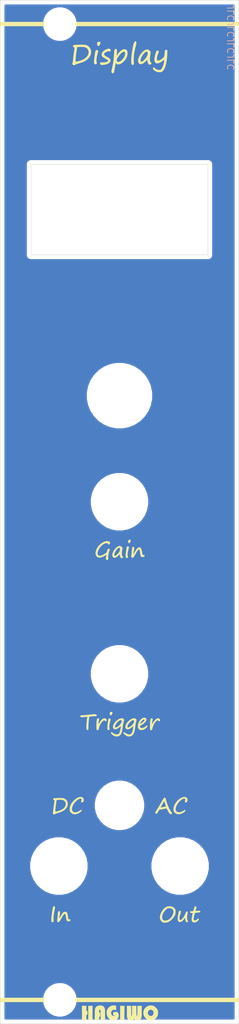
<source format=kicad_pcb>
(kicad_pcb (version 20171130) (host pcbnew "(5.1.9)-1")

  (general
    (thickness 1.6)
    (drawings 9)
    (tracks 0)
    (zones 0)
    (modules 9)
    (nets 1)
  )

  (page A4)
  (layers
    (0 F.Cu signal)
    (31 B.Cu signal)
    (32 B.Adhes user)
    (33 F.Adhes user)
    (34 B.Paste user)
    (35 F.Paste user)
    (36 B.SilkS user)
    (37 F.SilkS user)
    (38 B.Mask user)
    (39 F.Mask user)
    (40 Dwgs.User user)
    (41 Cmts.User user)
    (42 Eco1.User user)
    (43 Eco2.User user)
    (44 Edge.Cuts user)
    (45 Margin user)
    (46 B.CrtYd user)
    (47 F.CrtYd user)
    (48 B.Fab user)
    (49 F.Fab user)
  )

  (setup
    (last_trace_width 0.25)
    (trace_clearance 0.2)
    (zone_clearance 0.508)
    (zone_45_only no)
    (trace_min 0.2)
    (via_size 0.8)
    (via_drill 0.4)
    (via_min_size 0.4)
    (via_min_drill 0.3)
    (uvia_size 0.3)
    (uvia_drill 0.1)
    (uvias_allowed no)
    (uvia_min_size 0.2)
    (uvia_min_drill 0.1)
    (edge_width 0.05)
    (segment_width 0.2)
    (pcb_text_width 0.3)
    (pcb_text_size 1.5 1.5)
    (mod_edge_width 0.12)
    (mod_text_size 1 1)
    (mod_text_width 0.15)
    (pad_size 1.524 1.524)
    (pad_drill 0.762)
    (pad_to_mask_clearance 0)
    (aux_axis_origin 0 0)
    (visible_elements FEFFFF7F)
    (pcbplotparams
      (layerselection 0x010f0_ffffffff)
      (usegerberextensions false)
      (usegerberattributes false)
      (usegerberadvancedattributes true)
      (creategerberjobfile false)
      (excludeedgelayer true)
      (linewidth 0.100000)
      (plotframeref false)
      (viasonmask false)
      (mode 1)
      (useauxorigin false)
      (hpglpennumber 1)
      (hpglpenspeed 20)
      (hpglpendiameter 15.000000)
      (psnegative false)
      (psa4output false)
      (plotreference true)
      (plotvalue true)
      (plotinvisibletext false)
      (padsonsilk false)
      (subtractmaskfromsilk false)
      (outputformat 1)
      (mirror false)
      (drillshape 0)
      (scaleselection 1)
      (outputdirectory "Gerber/"))
  )

  (net 0 "")

  (net_class Default "This is the default net class."
    (clearance 0.2)
    (trace_width 0.25)
    (via_dia 0.8)
    (via_drill 0.4)
    (uvia_dia 0.3)
    (uvia_drill 0.1)
  )

  (module Bohrungen:Bohrung_5.2mm locked (layer F.Cu) (tedit 60E3EDE5) (tstamp 615C502B)
    (at 15 101.08)
    (fp_text reference "" (at 0 0) (layer F.SilkS)
      (effects (font (size 1.27 1.27) (thickness 0.15)))
    )
    (fp_text value "" (at 0 0) (layer F.SilkS)
      (effects (font (size 1.27 1.27) (thickness 0.15)))
    )
    (pad "" np_thru_hole circle (at 0 0) (size 5.2 5.2) (drill 5.2) (layers *.Cu *.Mask))
  )

  (module Bohrungen:Bohrung_6.2mm locked (layer F.Cu) (tedit 60E3EDE5) (tstamp 615C4FAE)
    (at 22.62 108.7)
    (fp_text reference "" (at 0 0) (layer F.SilkS)
      (effects (font (size 1.27 1.27) (thickness 0.15)))
    )
    (fp_text value "" (at 0 0) (layer F.SilkS)
      (effects (font (size 1.27 1.27) (thickness 0.15)))
    )
    (pad "" np_thru_hole circle (at 0 0) (size 6.2 6.2) (drill 6.2) (layers *.Cu *.Mask))
  )

  (module Bohrungen:Bohrung_6.2mm locked (layer F.Cu) (tedit 60E3EDE5) (tstamp 615C4FA6)
    (at 7.38 108.7)
    (fp_text reference "" (at 0 0) (layer F.SilkS)
      (effects (font (size 1.27 1.27) (thickness 0.15)))
    )
    (fp_text value "" (at 0 0) (layer F.SilkS)
      (effects (font (size 1.27 1.27) (thickness 0.15)))
    )
    (pad "" np_thru_hole circle (at 0 0) (size 6.2 6.2) (drill 6.2) (layers *.Cu *.Mask))
  )

  (module Bohrungen:Bohrung_6.2mm locked (layer F.Cu) (tedit 60E3EDE5) (tstamp 615C4FA4)
    (at 15 84.57)
    (fp_text reference "" (at 0 0) (layer F.SilkS)
      (effects (font (size 1.27 1.27) (thickness 0.15)))
    )
    (fp_text value "" (at 0 0) (layer F.SilkS)
      (effects (font (size 1.27 1.27) (thickness 0.15)))
    )
    (pad "" np_thru_hole circle (at 0 0) (size 6.2 6.2) (drill 6.2) (layers *.Cu *.Mask))
  )

  (module Bohrungen:Bohrung_6.2mm locked (layer F.Cu) (tedit 60E3EDE5) (tstamp 615C4F73)
    (at 15 62.965)
    (fp_text reference "" (at 0 0) (layer F.SilkS)
      (effects (font (size 1.27 1.27) (thickness 0.15)))
    )
    (fp_text value "" (at 0 0) (layer F.SilkS)
      (effects (font (size 1.27 1.27) (thickness 0.15)))
    )
    (pad "" np_thru_hole circle (at 0 0) (size 6.2 6.2) (drill 6.2) (layers *.Cu *.Mask))
  )

  (module Bohrungen:Bohrung_7.2mm locked (layer F.Cu) (tedit 60E3EDE5) (tstamp 615C4F2A)
    (at 15 49.645)
    (fp_text reference "" (at 0 0) (layer F.SilkS)
      (effects (font (size 1.27 1.27) (thickness 0.15)))
    )
    (fp_text value "" (at 0 0) (layer F.SilkS)
      (effects (font (size 1.27 1.27) (thickness 0.15)))
    )
    (pad "" np_thru_hole circle (at 0 0) (size 7.2 7.2) (drill 7.2) (layers *.Cu *.Mask))
  )

  (module Bohrungen:Bohrung_3.2mm (layer F.Cu) (tedit 60E3EDE5) (tstamp 615C4F04)
    (at 7.5 125.5)
    (fp_text reference "" (at 0 0) (layer F.SilkS)
      (effects (font (size 1.27 1.27) (thickness 0.15)))
    )
    (fp_text value "" (at 0 0) (layer F.SilkS)
      (effects (font (size 1.27 1.27) (thickness 0.15)))
    )
    (pad "" np_thru_hole circle (at 0 0) (size 3.2 3.2) (drill 3.2) (layers *.Cu *.Mask))
  )

  (module Bohrungen:Bohrung_3.2mm locked (layer F.Cu) (tedit 60E3EDE5) (tstamp 615C4ED8)
    (at 7.5 3)
    (fp_text reference "" (at 0 0) (layer F.SilkS)
      (effects (font (size 1.27 1.27) (thickness 0.15)))
    )
    (fp_text value "" (at 0 0) (layer F.SilkS)
      (effects (font (size 1.27 1.27) (thickness 0.15)))
    )
    (pad "" np_thru_hole circle (at 0 0) (size 3.2 3.2) (drill 3.2) (layers *.Cu *.Mask))
  )

  (module Front:Front locked (layer F.Cu) (tedit 0) (tstamp 615C4D7A)
    (at 15 64.25)
    (fp_text reference G*** (at 0 0) (layer F.SilkS) hide
      (effects (font (size 1.524 1.524) (thickness 0.3)))
    )
    (fp_text value LOGO (at 0.75 0) (layer F.SilkS) hide
      (effects (font (size 1.524 1.524) (thickness 0.3)))
    )
    (fp_poly (pts (xy -0.529167 61.977483) (xy -0.423334 62.006875) (xy -0.423334 62.275561) (xy -0.4238 62.399728)
      (xy -0.426863 62.477095) (xy -0.435014 62.517307) (xy -0.450748 62.530008) (xy -0.476557 62.524842)
      (xy -0.486834 62.521179) (xy -0.552069 62.50765) (xy -0.646035 62.49935) (xy -0.696661 62.498111)
      (xy -0.794275 62.503835) (xy -0.861909 62.527112) (xy -0.925399 62.577095) (xy -0.928842 62.580377)
      (xy -1.017664 62.700354) (xy -1.060328 62.837558) (xy -1.056095 62.978865) (xy -1.004225 63.11115)
      (xy -0.961969 63.167833) (xy -0.899036 63.224292) (xy -0.82468 63.254515) (xy -0.739158 63.267327)
      (xy -0.652036 63.272871) (xy -0.607654 63.265962) (xy -0.593138 63.243801) (xy -0.592667 63.235479)
      (xy -0.609768 63.202661) (xy -0.668099 63.190101) (xy -0.692681 63.189555) (xy -0.792696 63.189555)
      (xy -0.776112 62.780333) (xy -0.527544 62.772155) (xy -0.406537 62.769364) (xy -0.328274 62.772348)
      (xy -0.279146 62.783641) (xy -0.245545 62.805776) (xy -0.224379 62.828599) (xy -0.166312 62.926563)
      (xy -0.122073 63.054915) (xy -0.098454 63.188036) (xy -0.100987 63.293875) (xy -0.141224 63.435061)
      (xy -0.212462 63.552504) (xy -0.28687 63.632625) (xy -0.422742 63.733968) (xy -0.578652 63.791745)
      (xy -0.766797 63.810438) (xy -0.770697 63.810444) (xy -0.89258 63.803827) (xy -0.997047 63.779035)
      (xy -1.114126 63.728655) (xy -1.126175 63.722678) (xy -1.311243 63.600676) (xy -1.454538 63.441889)
      (xy -1.55443 63.249208) (xy -1.609294 63.025526) (xy -1.619985 62.845317) (xy -1.614789 62.717256)
      (xy -1.597943 62.618133) (xy -1.563148 62.520696) (xy -1.5272 62.443888) (xy -1.408641 62.261269)
      (xy -1.255786 62.116798) (xy -1.076892 62.014334) (xy -0.880213 61.957734) (xy -0.674006 61.950857)
      (xy -0.529167 61.977483)) (layer F.SilkS) (width 0.01))
    (fp_poly (pts (xy 1.467555 62.641291) (xy 1.467825 62.846973) (xy 1.468985 63.002889) (xy 1.47156 63.115716)
      (xy 1.476076 63.192132) (xy 1.483059 63.238813) (xy 1.493033 63.262438) (xy 1.506525 63.269682)
      (xy 1.516944 63.268865) (xy 1.533102 63.261574) (xy 1.545504 63.242104) (xy 1.554767 63.203537)
      (xy 1.561512 63.138958) (xy 1.566356 63.041448) (xy 1.569918 62.904092) (xy 1.572817 62.719971)
      (xy 1.573928 62.631796) (xy 1.581524 62.004222) (xy 2.115586 62.004222) (xy 2.123182 62.632166)
      (xy 2.125841 62.83581) (xy 2.128705 62.989907) (xy 2.132479 63.10135) (xy 2.137864 63.177036)
      (xy 2.145564 63.22386) (xy 2.156282 63.248714) (xy 2.170721 63.258496) (xy 2.187222 63.260111)
      (xy 2.205553 63.257932) (xy 2.219539 63.2468) (xy 2.229883 63.21982) (xy 2.237288 63.170096)
      (xy 2.242456 63.090735) (xy 2.246092 62.974841) (xy 2.248899 62.815519) (xy 2.251262 62.632166)
      (xy 2.258857 62.004222) (xy 2.794 62.004222) (xy 2.79338 62.702722) (xy 2.792791 62.923825)
      (xy 2.791127 63.096185) (xy 2.787885 63.227499) (xy 2.782561 63.325465) (xy 2.774649 63.397782)
      (xy 2.763645 63.452147) (xy 2.749046 63.496257) (xy 2.740007 63.517387) (xy 2.649627 63.652511)
      (xy 2.523353 63.749393) (xy 2.371846 63.800341) (xy 2.342785 63.804034) (xy 2.20657 63.808141)
      (xy 2.101429 63.785464) (xy 2.005698 63.72933) (xy 1.950951 63.683355) (xy 1.843104 63.585922)
      (xy 1.775274 63.658531) (xy 1.665358 63.749841) (xy 1.539439 63.798105) (xy 1.402575 63.810444)
      (xy 1.275693 63.799032) (xy 1.176466 63.760543) (xy 1.154229 63.746716) (xy 1.082088 63.681159)
      (xy 1.014548 63.592007) (xy 0.994833 63.557292) (xy 0.975287 63.516224) (xy 0.960223 63.474912)
      (xy 0.949057 63.425663) (xy 0.941208 63.360788) (xy 0.936094 63.272594) (xy 0.933134 63.153393)
      (xy 0.931745 62.995493) (xy 0.931346 62.791203) (xy 0.931333 62.717908) (xy 0.931333 62.004222)
      (xy 1.467555 62.004222) (xy 1.467555 62.641291)) (layer F.SilkS) (width 0.01))
    (fp_poly (pts (xy 4.153256 61.973135) (xy 4.223259 61.991927) (xy 4.318267 62.027534) (xy 4.401731 62.075878)
      (xy 4.49045 62.148294) (xy 4.573663 62.228336) (xy 4.70758 62.380949) (xy 4.794484 62.530453)
      (xy 4.840506 62.69275) (xy 4.851779 62.883743) (xy 4.849578 62.943865) (xy 4.814802 63.164387)
      (xy 4.733141 63.356672) (xy 4.6012 63.528465) (xy 4.586853 63.543076) (xy 4.431188 63.671979)
      (xy 4.263419 63.754123) (xy 4.069812 63.795229) (xy 3.965222 63.80202) (xy 3.84831 63.802203)
      (xy 3.745419 63.796967) (xy 3.67604 63.787404) (xy 3.668888 63.785398) (xy 3.468551 63.692915)
      (xy 3.290989 63.557264) (xy 3.14702 63.388627) (xy 3.04935 63.202239) (xy 3.003569 63.010618)
      (xy 2.999607 62.83559) (xy 3.559593 62.83559) (xy 3.564652 62.974296) (xy 3.612993 63.09656)
      (xy 3.699302 63.193284) (xy 3.818265 63.255365) (xy 3.94447 63.274116) (xy 4.033964 63.264956)
      (xy 4.107605 63.229524) (xy 4.16754 63.180094) (xy 4.230325 63.114838) (xy 4.263914 63.051181)
      (xy 4.280059 62.963765) (xy 4.283126 62.93071) (xy 4.276701 62.771717) (xy 4.226865 62.64684)
      (xy 4.131897 62.552147) (xy 4.112018 62.539301) (xy 3.984379 62.491272) (xy 3.853991 62.493226)
      (xy 3.734005 62.54128) (xy 3.637573 62.631552) (xy 3.60313 62.689544) (xy 3.559593 62.83559)
      (xy 2.999607 62.83559) (xy 2.998873 62.803192) (xy 3.03463 62.602176) (xy 3.069129 62.507264)
      (xy 3.182049 62.318717) (xy 3.333618 62.164826) (xy 3.51518 62.049457) (xy 3.718078 61.976475)
      (xy 3.933655 61.949746) (xy 4.153256 61.973135)) (layer F.SilkS) (width 0.01))
    (fp_poly (pts (xy -4.176889 62.625111) (xy -4.106334 62.625111) (xy -4.072934 62.627133) (xy -4.052196 62.640442)
      (xy -4.041103 62.675898) (xy -4.036637 62.744365) (xy -4.035782 62.856703) (xy -4.035778 62.879111)
      (xy -4.03634 62.99935) (xy -4.040037 63.074006) (xy -4.049886 63.113942) (xy -4.068904 63.130019)
      (xy -4.100109 63.133098) (xy -4.106334 63.133111) (xy -4.176889 63.133111) (xy -4.176889 63.782222)
      (xy -4.713112 63.782222) (xy -4.713112 62.004222) (xy -4.176889 62.004222) (xy -4.176889 62.625111)) (layer F.SilkS) (width 0.01))
    (fp_poly (pts (xy -3.393321 62.886166) (xy -3.400778 63.768111) (xy -3.661834 63.776225) (xy -3.922889 63.78434)
      (xy -3.922889 62.004222) (xy -3.385863 62.004222) (xy -3.393321 62.886166)) (layer F.SilkS) (width 0.01))
    (fp_poly (pts (xy -2.240165 61.967367) (xy -2.082183 62.025929) (xy -1.962052 62.124764) (xy -1.877822 62.265017)
      (xy -1.87175 62.280191) (xy -1.855159 62.329576) (xy -1.842499 62.386017) (xy -1.833262 62.45755)
      (xy -1.826937 62.552208) (xy -1.823015 62.678026) (xy -1.820987 62.843038) (xy -1.820343 63.055279)
      (xy -1.820334 63.090777) (xy -1.820334 63.768111) (xy -2.356556 63.768111) (xy -2.370667 63.133468)
      (xy -2.375558 62.927618) (xy -2.380334 62.771312) (xy -2.38569 62.657653) (xy -2.392319 62.579747)
      (xy -2.400916 62.530698) (xy -2.412175 62.50361) (xy -2.42679 62.491588) (xy -2.435523 62.489082)
      (xy -2.504409 62.496289) (xy -2.547829 62.550702) (xy -2.567006 62.654259) (xy -2.568223 62.699122)
      (xy -2.566292 62.786779) (xy -2.556175 62.831976) (xy -2.531381 62.848672) (xy -2.497667 62.850888)
      (xy -2.464267 62.852911) (xy -2.44353 62.86622) (xy -2.432436 62.901676) (xy -2.42797 62.970143)
      (xy -2.427115 63.082481) (xy -2.427112 63.104888) (xy -2.427673 63.225127) (xy -2.43137 63.299784)
      (xy -2.441219 63.33972) (xy -2.460238 63.355796) (xy -2.491443 63.358876) (xy -2.497667 63.358888)
      (xy -2.533555 63.361526) (xy -2.554591 63.377366) (xy -2.56474 63.418298) (xy -2.567963 63.496211)
      (xy -2.568223 63.570555) (xy -2.568223 63.782222) (xy -3.104445 63.782222) (xy -3.104445 63.129329)
      (xy -3.103562 62.889364) (xy -3.099989 62.698261) (xy -3.092341 62.548457) (xy -3.079233 62.432385)
      (xy -3.059278 62.342478) (xy -3.031092 62.271172) (xy -2.993289 62.210901) (xy -2.944484 62.154098)
      (xy -2.92157 62.130653) (xy -2.783328 62.025421) (xy -2.620966 61.965609) (xy -2.437948 61.947935)
      (xy -2.240165 61.967367)) (layer F.SilkS) (width 0.01))
    (fp_poly (pts (xy 0.614235 62.886166) (xy 0.606777 63.768111) (xy 0.345722 63.776225) (xy 0.084666 63.78434)
      (xy 0.084666 62.004222) (xy 0.621693 62.004222) (xy 0.614235 62.886166)) (layer F.SilkS) (width 0.01))
    (fp_poly (pts (xy -9.482667 61.524444) (xy -14.986 61.524444) (xy -14.986 60.988222) (xy -9.482667 60.988222)
      (xy -9.482667 61.524444)) (layer F.SilkS) (width 0.01))
    (fp_poly (pts (xy 15.014222 61.524444) (xy -5.503334 61.524444) (xy -5.503334 60.988222) (xy 15.014222 60.988222)
      (xy 15.014222 61.524444)) (layer F.SilkS) (width 0.01))
    (fp_poly (pts (xy 6.367233 49.506199) (xy 6.478821 49.51717) (xy 6.552559 49.530917) (xy 6.682924 49.585017)
      (xy 6.814148 49.669118) (xy 6.926516 49.768714) (xy 6.992385 49.854555) (xy 7.024202 49.917078)
      (xy 7.042813 49.97951) (xy 7.050826 50.058661) (xy 7.050852 50.171344) (xy 7.049445 50.222187)
      (xy 7.042504 50.357225) (xy 7.028415 50.457832) (xy 7.002245 50.545977) (xy 6.959062 50.643629)
      (xy 6.951219 50.659632) (xy 6.831916 50.858344) (xy 6.676306 51.053691) (xy 6.497625 51.232144)
      (xy 6.309111 51.380176) (xy 6.161061 51.467146) (xy 6.032589 51.513872) (xy 5.880547 51.544764)
      (xy 5.722359 51.558641) (xy 5.575446 51.55432) (xy 5.457231 51.530618) (xy 5.42504 51.517105)
      (xy 5.326554 51.444767) (xy 5.228942 51.33643) (xy 5.147745 51.210603) (xy 5.121933 51.156173)
      (xy 5.081555 50.99124) (xy 5.082973 50.814945) (xy 5.366699 50.814945) (xy 5.369825 50.978581)
      (xy 5.400934 51.101684) (xy 5.464228 51.194914) (xy 5.539981 51.254598) (xy 5.65053 51.294842)
      (xy 5.790801 51.301975) (xy 5.945624 51.277097) (xy 6.099828 51.221311) (xy 6.117436 51.21266)
      (xy 6.295746 51.097109) (xy 6.454872 50.94571) (xy 6.588998 50.768636) (xy 6.69231 50.576061)
      (xy 6.758994 50.378158) (xy 6.783235 50.1851) (xy 6.773167 50.065316) (xy 6.746769 49.968633)
      (xy 6.700991 49.898282) (xy 6.623052 49.839789) (xy 6.533444 49.793895) (xy 6.362951 49.73961)
      (xy 6.193172 49.73195) (xy 6.038007 49.771229) (xy 6.014963 49.782147) (xy 5.905451 49.857245)
      (xy 5.78528 49.971412) (xy 5.66567 50.111682) (xy 5.557838 50.265092) (xy 5.484064 50.395648)
      (xy 5.424782 50.525385) (xy 5.389678 50.632986) (xy 5.371775 50.743379) (xy 5.366699 50.814945)
      (xy 5.082973 50.814945) (xy 5.083071 50.802776) (xy 5.122191 50.599696) (xy 5.194621 50.390916)
      (xy 5.296072 50.185353) (xy 5.422251 49.991922) (xy 5.568867 49.819539) (xy 5.731629 49.677121)
      (xy 5.876936 49.587544) (xy 5.98833 49.537693) (xy 6.086111 49.511588) (xy 6.19989 49.50241)
      (xy 6.248674 49.501935) (xy 6.367233 49.506199)) (layer F.SilkS) (width 0.01))
    (fp_poly (pts (xy 9.61931 49.516115) (xy 9.654351 49.562431) (xy 9.660419 49.645679) (xy 9.638329 49.770815)
      (xy 9.613796 49.861611) (xy 9.585698 49.96602) (xy 9.568776 50.046206) (xy 9.56541 50.089913)
      (xy 9.568576 50.094444) (xy 9.605916 50.09079) (xy 9.683412 50.081141) (xy 9.78534 50.06747)
      (xy 9.800942 50.065309) (xy 9.965077 50.051713) (xy 10.079698 50.063373) (xy 10.144414 50.100203)
      (xy 10.16 50.146734) (xy 10.139474 50.209584) (xy 10.117266 50.235887) (xy 10.071101 50.254236)
      (xy 9.983206 50.273855) (xy 9.868183 50.292476) (xy 9.740635 50.307831) (xy 9.615164 50.31765)
      (xy 9.581444 50.319132) (xy 9.533052 50.32609) (xy 9.495696 50.348767) (xy 9.465109 50.395614)
      (xy 9.437023 50.475083) (xy 9.407169 50.595626) (xy 9.381793 50.714486) (xy 9.34568 50.905464)
      (xy 9.327576 51.048955) (xy 9.328319 51.151239) (xy 9.348744 51.218598) (xy 9.389689 51.257313)
      (xy 9.45199 51.273665) (xy 9.456316 51.274063) (xy 9.534418 51.269138) (xy 9.613003 51.234552)
      (xy 9.678282 51.189396) (xy 9.780998 51.111789) (xy 9.848016 51.062896) (xy 9.889033 51.037886)
      (xy 9.913745 51.031929) (xy 9.93185 51.040194) (xy 9.948979 51.054536) (xy 9.976503 51.109469)
      (xy 9.958305 51.183853) (xy 9.898772 51.271152) (xy 9.802288 51.36483) (xy 9.681752 51.452904)
      (xy 9.544366 51.517244) (xy 9.405772 51.539381) (xy 9.278681 51.519297) (xy 9.175801 51.456971)
      (xy 9.172468 51.453699) (xy 9.115778 51.380023) (xy 9.081686 51.289668) (xy 9.069409 51.173892)
      (xy 9.078163 51.023953) (xy 9.107164 50.831108) (xy 9.113538 50.796187) (xy 9.138654 50.662189)
      (xy 9.161245 50.543608) (xy 9.178619 50.454453) (xy 9.187349 50.411944) (xy 9.190964 50.37275)
      (xy 9.169715 50.354193) (xy 9.110303 50.34869) (xy 9.075998 50.348444) (xy 8.971906 50.334228)
      (xy 8.898637 50.296822) (xy 8.863579 50.244089) (xy 8.874123 50.183892) (xy 8.895644 50.156533)
      (xy 8.940815 50.13811) (xy 9.022213 50.12581) (xy 9.09464 50.122666) (xy 9.187958 50.120865)
      (xy 9.241518 50.110426) (xy 9.271996 50.083792) (xy 9.296069 50.033407) (xy 9.297073 50.030944)
      (xy 9.325058 49.949365) (xy 9.355001 49.843174) (xy 9.369364 49.784) (xy 9.408856 49.644001)
      (xy 9.454513 49.554533) (xy 9.510183 49.509729) (xy 9.554477 49.501777) (xy 9.61931 49.516115)) (layer F.SilkS) (width 0.01))
    (fp_poly (pts (xy -8.165264 49.512108) (xy -8.129582 49.547228) (xy -8.114034 49.613329) (xy -8.117901 49.716603)
      (xy -8.140463 49.863241) (xy -8.165392 49.987469) (xy -8.22759 50.306987) (xy -8.268963 50.584697)
      (xy -8.290639 50.830791) (xy -8.293747 51.055462) (xy -8.291078 51.123076) (xy -8.287193 51.280115)
      (xy -8.296717 51.389281) (xy -8.322622 51.458171) (xy -8.367883 51.494384) (xy -8.435473 51.505518)
      (xy -8.440744 51.505555) (xy -8.510088 51.49158) (xy -8.549104 51.440528) (xy -8.552032 51.433162)
      (xy -8.5704 51.353554) (xy -8.577585 51.237916) (xy -8.573362 51.082574) (xy -8.557507 50.883853)
      (xy -8.529793 50.63808) (xy -8.489995 50.341582) (xy -8.481325 50.281121) (xy -8.447304 50.051059)
      (xy -8.41826 49.870973) (xy -8.392182 49.73483) (xy -8.367063 49.636596) (xy -8.340892 49.570238)
      (xy -8.31166 49.52972) (xy -8.277358 49.50901) (xy -8.235977 49.502074) (xy -8.221799 49.501777)
      (xy -8.165264 49.512108)) (layer F.SilkS) (width 0.01))
    (fp_poly (pts (xy -7.560715 50.109696) (xy -7.523239 50.138793) (xy -7.490981 50.207322) (xy -7.480149 50.324692)
      (xy -7.490673 50.487547) (xy -7.522488 50.692537) (xy -7.535606 50.758991) (xy -7.55846 50.876286)
      (xy -7.574531 50.971167) (xy -7.581869 51.031308) (xy -7.581001 51.045962) (xy -7.56348 51.027752)
      (xy -7.524801 50.969688) (xy -7.471058 50.881342) (xy -7.420914 50.794587) (xy -7.347525 50.668487)
      (xy -7.272391 50.5452) (xy -7.206736 50.442906) (xy -7.177898 50.401017) (xy -7.071755 50.2844)
      (xy -6.95635 50.210256) (xy -6.840061 50.180928) (xy -6.73127 50.19876) (xy -6.650253 50.253444)
      (xy -6.609188 50.301586) (xy -6.576437 50.360181) (xy -6.548969 50.439181) (xy -6.523755 50.548538)
      (xy -6.497764 50.698201) (xy -6.480728 50.810185) (xy -6.460134 50.931828) (xy -6.437981 51.033542)
      (xy -6.417537 51.101531) (xy -6.40722 51.120629) (xy -6.358927 51.142098) (xy -6.283137 51.152575)
      (xy -6.271337 51.152777) (xy -6.189718 51.167066) (xy -6.157278 51.206933) (xy -6.175432 51.26788)
      (xy -6.218628 51.320303) (xy -6.321961 51.393405) (xy -6.429051 51.417841) (xy -6.528907 51.394677)
      (xy -6.610535 51.32498) (xy -6.637948 51.279631) (xy -6.66288 51.207358) (xy -6.688759 51.097814)
      (xy -6.711388 50.969936) (xy -6.719216 50.912888) (xy -6.746688 50.727696) (xy -6.77746 50.5946)
      (xy -6.813097 50.509279) (xy -6.855161 50.467411) (xy -6.882583 50.461333) (xy -6.946262 50.488156)
      (xy -7.02623 50.568158) (xy -7.121951 50.700642) (xy -7.23289 50.884909) (xy -7.295445 50.999143)
      (xy -7.402713 51.189276) (xy -7.499053 51.337655) (xy -7.582084 51.441146) (xy -7.649424 51.496618)
      (xy -7.680553 51.505555) (xy -7.732501 51.490256) (xy -7.783054 51.461621) (xy -7.814917 51.433497)
      (xy -7.834719 51.396127) (xy -7.842863 51.340106) (xy -7.83975 51.256033) (xy -7.825784 51.134504)
      (xy -7.803611 50.980985) (xy -7.784402 50.830425) (xy -7.769706 50.671306) (xy -7.761866 50.530751)
      (xy -7.761172 50.489555) (xy -7.75064 50.33772) (xy -7.721815 50.218636) (xy -7.678209 50.137484)
      (xy -7.623338 50.099444) (xy -7.560715 50.109696)) (layer F.SilkS) (width 0.01))
    (fp_poly (pts (xy 7.670787 50.079633) (xy 7.716188 50.146886) (xy 7.719609 50.158759) (xy 7.71736 50.211407)
      (xy 7.698491 50.304324) (xy 7.66595 50.424834) (xy 7.634027 50.526663) (xy 7.586533 50.677194)
      (xy 7.557167 50.792514) (xy 7.542723 50.889669) (xy 7.539995 50.985707) (xy 7.541141 51.020552)
      (xy 7.546955 51.121207) (xy 7.556889 51.178597) (xy 7.5764 51.205883) (xy 7.610947 51.21623)
      (xy 7.622926 51.217753) (xy 7.715955 51.201644) (xy 7.819598 51.137369) (xy 7.928735 51.030973)
      (xy 8.038249 50.888498) (xy 8.143021 50.715988) (xy 8.237934 50.519487) (xy 8.260448 50.465002)
      (xy 8.325835 50.31595) (xy 8.384561 50.21731) (xy 8.441074 50.164154) (xy 8.499823 50.151555)
      (xy 8.535422 50.160404) (xy 8.565745 50.187715) (xy 8.577092 50.244102) (xy 8.569451 50.337064)
      (xy 8.54281 50.474103) (xy 8.53485 50.50897) (xy 8.503912 50.719749) (xy 8.499573 50.959982)
      (xy 8.506428 51.090706) (xy 8.517858 51.180382) (xy 8.537246 51.244398) (xy 8.56798 51.298136)
      (xy 8.576618 51.310132) (xy 8.61798 51.394445) (xy 8.609992 51.459203) (xy 8.558309 51.497533)
      (xy 8.468583 51.502559) (xy 8.425268 51.4942) (xy 8.365168 51.451921) (xy 8.316004 51.364654)
      (xy 8.282083 51.243465) (xy 8.267706 51.099418) (xy 8.267543 51.088706) (xy 8.265975 50.927)
      (xy 8.204043 51.010462) (xy 8.056631 51.191014) (xy 7.913272 51.331724) (xy 7.778111 51.429753)
      (xy 7.655295 51.482264) (xy 7.548969 51.486416) (xy 7.521222 51.477935) (xy 7.429186 51.422339)
      (xy 7.364056 51.337654) (xy 7.325252 51.219803) (xy 7.312197 51.064709) (xy 7.32431 50.868294)
      (xy 7.361012 50.626481) (xy 7.383753 50.509758) (xy 7.418445 50.346939) (xy 7.446829 50.231018)
      (xy 7.471786 50.153202) (xy 7.496197 50.104698) (xy 7.522941 50.076714) (xy 7.526385 50.074356)
      (xy 7.601848 50.052979) (xy 7.670787 50.079633)) (layer F.SilkS) (width 0.01))
    (fp_poly (pts (xy -7.317159 35.907943) (xy -7.169257 35.917008) (xy -7.050308 35.936275) (xy -6.951244 35.967254)
      (xy -6.862994 36.01146) (xy -6.776491 36.070405) (xy -6.769694 36.075559) (xy -6.637407 36.206677)
      (xy -6.551913 36.364528) (xy -6.511177 36.553638) (xy -6.506945 36.659982) (xy -6.512321 36.788531)
      (xy -6.52973 36.886458) (xy -6.564802 36.979219) (xy -6.587949 37.026257) (xy -6.720921 37.225649)
      (xy -6.902281 37.400633) (xy -7.13299 37.55187) (xy -7.414012 37.680018) (xy -7.663602 37.762886)
      (xy -7.795996 37.802618) (xy -7.915288 37.841174) (xy -8.006754 37.873635) (xy -8.050198 37.892014)
      (xy -8.155705 37.942585) (xy -8.227938 37.965128) (xy -8.281131 37.962095) (xy -8.324814 37.939298)
      (xy -8.36637 37.898272) (xy -8.376421 37.842872) (xy -8.370558 37.793132) (xy -8.360638 37.721375)
      (xy -8.347526 37.610986) (xy -8.337093 37.514947) (xy -8.065783 37.514947) (xy -8.062254 37.576909)
      (xy -8.058624 37.590091) (xy -8.040398 37.609504) (xy -8.009894 37.617132) (xy -7.957198 37.611779)
      (xy -7.872395 37.592247) (xy -7.745569 37.557339) (xy -7.71488 37.548576) (xy -7.477037 37.471125)
      (xy -7.284431 37.386399) (xy -7.12588 37.288795) (xy -7.017607 37.199134) (xy -6.879109 37.041046)
      (xy -6.789972 36.874659) (xy -6.75188 36.705588) (xy -6.766515 36.539444) (xy -6.7951 36.45702)
      (xy -6.873994 36.326754) (xy -6.982808 36.230859) (xy -7.126261 36.167436) (xy -7.309067 36.134584)
      (xy -7.535945 36.130406) (xy -7.598449 36.133518) (xy -7.71887 36.14203) (xy -7.816656 36.151157)
      (xy -7.879136 36.159588) (xy -7.894895 36.164153) (xy -7.904906 36.197383) (xy -7.920203 36.276571)
      (xy -7.939348 36.391633) (xy -7.960901 36.532484) (xy -7.983426 36.689039) (xy -8.005483 36.851215)
      (xy -8.025634 37.008926) (xy -8.042441 37.152089) (xy -8.054467 37.270618) (xy -8.057001 37.300813)
      (xy -8.064005 37.418123) (xy -8.065783 37.514947) (xy -8.337093 37.514947) (xy -8.333246 37.479536)
      (xy -8.324623 37.394444) (xy -8.310611 37.263876) (xy -8.292132 37.108865) (xy -8.27069 36.940295)
      (xy -8.247789 36.769056) (xy -8.224933 36.606033) (xy -8.203627 36.462113) (xy -8.185375 36.348183)
      (xy -8.171681 36.275131) (xy -8.167869 36.259967) (xy -8.178404 36.211834) (xy -8.237664 36.168445)
      (xy -8.314831 36.120238) (xy -8.343029 36.074697) (xy -8.327806 36.019873) (xy -8.31582 36.00016)
      (xy -8.298707 35.977369) (xy -8.276052 35.960193) (xy -8.239774 35.947436) (xy -8.181794 35.937904)
      (xy -8.094031 35.930399) (xy -7.968406 35.923727) (xy -7.796839 35.916691) (xy -7.736097 35.914364)
      (xy -7.503082 35.907566) (xy -7.317159 35.907943)) (layer F.SilkS) (width 0.01))
    (fp_poly (pts (xy -4.753785 35.790295) (xy -4.636927 35.852578) (xy -4.584767 35.900136) (xy -4.536397 35.957983)
      (xy -4.511532 36.015759) (xy -4.502901 36.095818) (xy -4.502413 36.153343) (xy -4.507963 36.259447)
      (xy -4.526869 36.329867) (xy -4.564799 36.384838) (xy -4.568336 36.388654) (xy -4.656174 36.457864)
      (xy -4.737173 36.471746) (xy -4.788595 36.448886) (xy -4.815254 36.423142) (xy -4.825112 36.387214)
      (xy -4.819323 36.325306) (xy -4.803609 36.243579) (xy -4.783275 36.121699) (xy -4.785393 36.043967)
      (xy -4.81357 36.001328) (xy -4.871414 35.984724) (xy -4.907273 35.983333) (xy -5.030518 36.007411)
      (xy -5.170743 36.074843) (xy -5.319829 36.178427) (xy -5.469658 36.310958) (xy -5.612111 36.465233)
      (xy -5.739071 36.63405) (xy -5.842418 36.810205) (xy -5.844964 36.815318) (xy -5.93589 37.034814)
      (xy -5.978959 37.228923) (xy -5.974184 37.396452) (xy -5.921579 37.53621) (xy -5.836175 37.634904)
      (xy -5.725681 37.692319) (xy -5.584394 37.709652) (xy -5.419922 37.688188) (xy -5.239869 37.629216)
      (xy -5.051842 37.534024) (xy -4.982612 37.490437) (xy -4.870317 37.427881) (xy -4.790381 37.406157)
      (xy -4.747015 37.421068) (xy -4.744435 37.468418) (xy -4.786852 37.544012) (xy -4.853259 37.619258)
      (xy -5.020074 37.750859) (xy -5.227536 37.856526) (xy -5.410011 37.91679) (xy -5.522157 37.942939)
      (xy -5.608874 37.952659) (xy -5.698161 37.947719) (xy -5.761205 37.938981) (xy -5.877139 37.900613)
      (xy -6.001214 37.827402) (xy -6.113712 37.733595) (xy -6.194913 37.633439) (xy -6.202395 37.620222)
      (xy -6.237226 37.546928) (xy -6.256115 37.478294) (xy -6.262211 37.394438) (xy -6.258661 37.275479)
      (xy -6.258244 37.267444) (xy -6.233412 37.061433) (xy -6.177496 36.871081) (xy -6.166935 36.844111)
      (xy -6.126598 36.747306) (xy -6.092866 36.67266) (xy -6.072162 36.634272) (xy -6.070496 36.632444)
      (xy -6.046044 36.602651) (xy -6.002236 36.542032) (xy -5.972021 36.498218) (xy -5.896176 36.402104)
      (xy -5.789717 36.287311) (xy -5.666608 36.167053) (xy -5.540817 36.054544) (xy -5.426308 35.962999)
      (xy -5.357519 35.916798) (xy -5.259046 35.868884) (xy -5.137788 35.823006) (xy -5.059173 35.799567)
      (xy -4.891679 35.77323) (xy -4.753785 35.790295)) (layer F.SilkS) (width 0.01))
    (fp_poly (pts (xy 5.764164 35.892756) (xy 5.804649 35.960362) (xy 5.813777 36.031573) (xy 5.824173 36.094959)
      (xy 5.852925 36.200285) (xy 5.89638 36.337517) (xy 5.950887 36.496617) (xy 6.012794 36.667551)
      (xy 6.078447 36.840282) (xy 6.144195 37.004773) (xy 6.206386 37.15099) (xy 6.261366 37.268896)
      (xy 6.270883 37.287631) (xy 6.338626 37.407737) (xy 6.41458 37.525839) (xy 6.483977 37.619207)
      (xy 6.493746 37.630628) (xy 6.566661 37.722352) (xy 6.597918 37.790698) (xy 6.589883 37.847617)
      (xy 6.547555 37.902444) (xy 6.498637 37.945031) (xy 6.455999 37.953278) (xy 6.39152 37.932203)
      (xy 6.388244 37.930884) (xy 6.317035 37.880266) (xy 6.235013 37.780597) (xy 6.140765 37.62993)
      (xy 6.057 37.474079) (xy 5.936945 37.239222) (xy 5.79775 37.242629) (xy 5.7047 37.25137)
      (xy 5.580137 37.2716) (xy 5.446862 37.29945) (xy 5.409152 37.308572) (xy 5.29016 37.334845)
      (xy 5.185279 37.351625) (xy 5.111159 37.356494) (xy 5.093362 37.354445) (xy 5.061251 37.35173)
      (xy 5.030506 37.366462) (xy 4.994106 37.406494) (xy 4.94503 37.479684) (xy 4.876256 37.593886)
      (xy 4.870284 37.604024) (xy 4.793769 37.72651) (xy 4.726226 37.820328) (xy 4.674141 37.876903)
      (xy 4.654885 37.888898) (xy 4.586486 37.884768) (xy 4.525178 37.841263) (xy 4.489978 37.774179)
      (xy 4.487333 37.749735) (xy 4.502488 37.706567) (xy 4.54428 37.62659) (xy 4.607194 37.519391)
      (xy 4.68572 37.394554) (xy 4.732316 37.323721) (xy 4.834028 37.166269) (xy 4.893388 37.070101)
      (xy 5.192888 37.070101) (xy 5.199977 37.079759) (xy 5.227028 37.082417) (xy 5.282721 37.077231)
      (xy 5.375737 37.063358) (xy 5.514755 37.039952) (xy 5.529931 37.03733) (xy 5.647827 37.015519)
      (xy 5.744276 36.995035) (xy 5.80601 36.978834) (xy 5.820716 36.972536) (xy 5.819431 36.94169)
      (xy 5.803442 36.870468) (xy 5.776707 36.771763) (xy 5.743183 36.65847) (xy 5.706827 36.543482)
      (xy 5.671596 36.439695) (xy 5.641448 36.36) (xy 5.620339 36.317294) (xy 5.619194 36.315901)
      (xy 5.602148 36.333812) (xy 5.564284 36.391446) (xy 5.511309 36.478705) (xy 5.448933 36.585488)
      (xy 5.382863 36.701698) (xy 5.318808 36.817234) (xy 5.262477 36.921998) (xy 5.219578 37.00589)
      (xy 5.195819 37.058811) (xy 5.192888 37.070101) (xy 4.893388 37.070101) (xy 4.950185 36.978087)
      (xy 5.069155 36.778507) (xy 5.179311 36.58686) (xy 5.223904 36.506537) (xy 5.308277 36.354743)
      (xy 5.388901 36.213921) (xy 5.459798 36.094201) (xy 5.514988 36.005711) (xy 5.544569 35.96326)
      (xy 5.623953 35.891625) (xy 5.700542 35.868984) (xy 5.764164 35.892756)) (layer F.SilkS) (width 0.01))
    (fp_poly (pts (xy 8.27897 35.788702) (xy 8.399955 35.838156) (xy 8.488906 35.924562) (xy 8.540427 36.046044)
      (xy 8.551333 36.149937) (xy 8.533571 36.289267) (xy 8.478779 36.388591) (xy 8.401899 36.444652)
      (xy 8.313497 36.4743) (xy 8.256754 36.460702) (xy 8.230418 36.402097) (xy 8.233234 36.296723)
      (xy 8.245408 36.224823) (xy 8.263444 36.107789) (xy 8.258113 36.034595) (xy 8.225788 35.996201)
      (xy 8.162844 35.983569) (xy 8.148538 35.983333) (xy 8.00867 36.008969) (xy 7.858441 36.080674)
      (xy 7.70433 36.190644) (xy 7.552818 36.331075) (xy 7.410386 36.494163) (xy 7.283513 36.672104)
      (xy 7.178681 36.857094) (xy 7.10237 37.041329) (xy 7.06106 37.217005) (xy 7.055555 37.299545)
      (xy 7.077181 37.455786) (xy 7.141104 37.575044) (xy 7.24589 37.65575) (xy 7.390103 37.696334)
      (xy 7.420723 37.6993) (xy 7.605521 37.691907) (xy 7.789669 37.640303) (xy 7.983379 37.54126)
      (xy 8.044343 37.502176) (xy 8.159439 37.434766) (xy 8.240845 37.408202) (xy 8.286929 37.422756)
      (xy 8.297333 37.460308) (xy 8.272838 37.527403) (xy 8.206235 37.607322) (xy 8.107846 37.691981)
      (xy 7.987995 37.7733) (xy 7.857003 37.843196) (xy 7.756697 37.883586) (xy 7.558107 37.935199)
      (xy 7.383002 37.94454) (xy 7.218048 37.912119) (xy 7.197055 37.905006) (xy 7.04924 37.829664)
      (xy 6.923897 37.721867) (xy 6.834227 37.594614) (xy 6.804025 37.517961) (xy 6.778481 37.325785)
      (xy 6.799712 37.117392) (xy 6.863267 36.900268) (xy 6.964694 36.681898) (xy 7.09954 36.469766)
      (xy 7.263355 36.271358) (xy 7.451686 36.094157) (xy 7.660081 35.94565) (xy 7.777765 35.880826)
      (xy 7.962479 35.80816) (xy 8.131346 35.778078) (xy 8.27897 35.788702)) (layer F.SilkS) (width 0.01))
    (fp_poly (pts (xy 0.40025 25.914871) (xy 0.494428 25.971167) (xy 0.561048 26.069166) (xy 0.56221 26.071941)
      (xy 0.575803 26.122242) (xy 0.573174 26.182081) (xy 0.552215 26.266952) (xy 0.523711 26.35485)
      (xy 0.487451 26.486239) (xy 0.45098 26.665123) (xy 0.415959 26.882583) (xy 0.392319 27.060118)
      (xy 0.358653 27.304617) (xy 0.3223 27.501749) (xy 0.280426 27.660592) (xy 0.230195 27.790223)
      (xy 0.168771 27.899719) (xy 0.102734 27.98719) (xy -0.030181 28.10332) (xy -0.187471 28.171341)
      (xy -0.362223 28.190124) (xy -0.547521 28.158537) (xy -0.66541 28.112811) (xy -0.800443 28.037697)
      (xy -0.917852 27.95135) (xy -1.008125 27.862615) (xy -1.061748 27.780337) (xy -1.072445 27.734368)
      (xy -1.060882 27.66629) (xy -1.023788 27.643794) (xy -0.957557 27.666334) (xy -0.893722 27.707331)
      (xy -0.735813 27.811158) (xy -0.600228 27.87808) (xy -0.472381 27.913896) (xy -0.34807 27.924371)
      (xy -0.219476 27.914301) (xy -0.124046 27.87584) (xy -0.050745 27.800503) (xy 0.01146 27.679807)
      (xy 0.029351 27.63417) (xy 0.055892 27.546258) (xy 0.085616 27.421679) (xy 0.115154 27.278131)
      (xy 0.141136 27.133311) (xy 0.16019 27.004917) (xy 0.168947 26.910646) (xy 0.169166 26.900001)
      (xy 0.150618 26.898923) (xy 0.101353 26.930558) (xy 0.031197 26.988346) (xy 0.015132 27.002822)
      (xy -0.1696 27.147468) (xy -0.351709 27.239702) (xy -0.512304 27.279809) (xy -0.598473 27.286578)
      (xy -0.658534 27.271344) (xy -0.721207 27.225525) (xy -0.735116 27.213247) (xy -0.791766 27.156192)
      (xy -0.819241 27.101861) (xy -0.827235 27.025894) (xy -0.82712 26.982045) (xy -0.826301 26.976155)
      (xy -0.564033 26.976155) (xy -0.54593 27.033232) (xy -0.529167 27.045718) (xy -0.452211 27.049303)
      (xy -0.344926 27.017496) (xy -0.238918 26.96537) (xy -0.114301 26.874975) (xy 0.013214 26.750037)
      (xy 0.126996 26.608976) (xy 0.210416 26.470207) (xy 0.212853 26.465034) (xy 0.2668 26.326662)
      (xy 0.28105 26.226879) (xy 0.255293 26.163845) (xy 0.189219 26.135717) (xy 0.157041 26.133777)
      (xy 0.047553 26.158377) (xy -0.076132 26.227267) (xy -0.205457 26.33308) (xy -0.331868 26.46845)
      (xy -0.446807 26.626012) (xy -0.482206 26.684111) (xy -0.530356 26.787626) (xy -0.558237 26.88963)
      (xy -0.564033 26.976155) (xy -0.826301 26.976155) (xy -0.80536 26.825607) (xy -0.748565 26.66987)
      (xy -0.662426 26.518563) (xy -0.552633 26.375414) (xy -0.424877 26.244148) (xy -0.284847 26.128495)
      (xy -0.138234 26.032182) (xy 0.009273 25.958935) (xy 0.151983 25.912483) (xy 0.284205 25.896552)
      (xy 0.40025 25.914871)) (layer F.SilkS) (width 0.01))
    (fp_poly (pts (xy 1.911625 25.903557) (xy 2.035179 25.961469) (xy 2.081388 25.999466) (xy 2.124132 26.053212)
      (xy 2.141057 26.118168) (xy 2.132323 26.206455) (xy 2.09809 26.330198) (xy 2.086234 26.366114)
      (xy 2.063324 26.451839) (xy 2.036515 26.580522) (xy 2.008188 26.739028) (xy 1.980722 26.91422)
      (xy 1.960999 27.057333) (xy 1.926721 27.299398) (xy 1.891238 27.493689) (xy 1.851736 27.648856)
      (xy 1.8054 27.773546) (xy 1.749415 27.876409) (xy 1.680967 27.966092) (xy 1.656527 27.992835)
      (xy 1.510419 28.108321) (xy 1.342571 28.174725) (xy 1.162739 28.189758) (xy 0.981077 28.151278)
      (xy 0.86113 28.095273) (xy 0.741556 28.019111) (xy 0.633093 27.93214) (xy 0.546483 27.843702)
      (xy 0.492463 27.763142) (xy 0.479777 27.715076) (xy 0.494228 27.665018) (xy 0.539662 27.653816)
      (xy 0.619205 27.681795) (xy 0.721793 27.740277) (xy 0.922582 27.853153) (xy 1.096601 27.92074)
      (xy 1.245714 27.941784) (xy 1.371787 27.91503) (xy 1.476687 27.839222) (xy 1.562279 27.713107)
      (xy 1.630429 27.535428) (xy 1.683002 27.304931) (xy 1.716293 27.071321) (xy 1.739776 26.865865)
      (xy 1.638943 26.963721) (xy 1.526296 27.058123) (xy 1.393611 27.146716) (xy 1.258135 27.219632)
      (xy 1.137115 27.267004) (xy 1.09025 27.277622) (xy 0.951389 27.278222) (xy 0.845692 27.233359)
      (xy 0.774129 27.145945) (xy 0.740274 27.02197) (xy 0.746673 26.92547) (xy 0.99423 26.92547)
      (xy 1.004149 27.005814) (xy 1.021644 27.031244) (xy 1.054221 27.05579) (xy 1.093456 27.061001)
      (xy 1.151855 27.044482) (xy 1.241923 27.003837) (xy 1.290814 26.97969) (xy 1.439628 26.886085)
      (xy 1.575139 26.765169) (xy 1.689392 26.627706) (xy 1.77443 26.484462) (xy 1.822298 26.346202)
      (xy 1.828963 26.251553) (xy 1.816943 26.180992) (xy 1.787932 26.148928) (xy 1.744866 26.139165)
      (xy 1.638883 26.15344) (xy 1.515378 26.216252) (xy 1.37955 26.324468) (xy 1.292596 26.411726)
      (xy 1.173923 26.553872) (xy 1.082429 26.691927) (xy 1.021428 26.818317) (xy 0.99423 26.92547)
      (xy 0.746673 26.92547) (xy 0.749966 26.875827) (xy 0.799305 26.715917) (xy 0.884389 26.550641)
      (xy 1.001316 26.388401) (xy 1.146184 26.237598) (xy 1.227666 26.169276) (xy 1.430815 26.027506)
      (xy 1.611292 25.936208) (xy 1.770946 25.895014) (xy 1.911625 25.903557)) (layer F.SilkS) (width 0.01))
    (fp_poly (pts (xy -2.624667 25.908) (xy -2.582892 25.959816) (xy -2.56748 26.04632) (xy -2.579956 26.151515)
      (xy -2.59641 26.204241) (xy -2.612872 26.269731) (xy -2.628807 26.369782) (xy -2.640628 26.481245)
      (xy -2.656659 26.684111) (xy -2.569119 26.527688) (xy -2.437505 26.316899) (xy -2.302711 26.146484)
      (xy -2.168204 26.018565) (xy -2.037454 25.935259) (xy -1.91393 25.898688) (xy -1.801099 25.910972)
      (xy -1.70243 25.97423) (xy -1.688153 25.989263) (xy -1.627605 26.071277) (xy -1.611318 26.141008)
      (xy -1.635514 26.21581) (xy -1.637882 26.220299) (xy -1.6882 26.26728) (xy -1.754107 26.265846)
      (xy -1.820334 26.218444) (xy -1.887473 26.167883) (xy -1.960804 26.162819) (xy -2.045686 26.204959)
      (xy -2.147477 26.296007) (xy -2.182682 26.333742) (xy -2.344629 26.548372) (xy -2.476606 26.795124)
      (xy -2.567979 27.053093) (xy -2.584837 27.124474) (xy -2.609729 27.230068) (xy -2.635215 27.315952)
      (xy -2.656188 27.365158) (xy -2.658007 27.367611) (xy -2.716488 27.399626) (xy -2.790417 27.3963)
      (xy -2.852441 27.359083) (xy -2.854045 27.357203) (xy -2.87412 27.303179) (xy -2.888451 27.203449)
      (xy -2.89731 27.068432) (xy -2.900965 26.908545) (xy -2.899686 26.734205) (xy -2.893743 26.555832)
      (xy -2.883404 26.383843) (xy -2.868941 26.228655) (xy -2.850621 26.100687) (xy -2.828716 26.010356)
      (xy -2.818569 25.986257) (xy -2.759627 25.920179) (xy -2.684118 25.894554) (xy -2.624667 25.908)) (layer F.SilkS) (width 0.01))
    (fp_poly (pts (xy 4.120799 25.912901) (xy 4.135074 25.926662) (xy 4.169538 25.998049) (xy 4.168464 26.046606)
      (xy 4.155509 26.11614) (xy 4.137167 26.213898) (xy 4.125677 26.274888) (xy 4.104791 26.39584)
      (xy 4.085783 26.522553) (xy 4.079471 26.571222) (xy 4.062559 26.712333) (xy 4.168966 26.515661)
      (xy 4.255227 26.37709) (xy 4.360494 26.239769) (xy 4.474893 26.113926) (xy 4.588549 26.00979)
      (xy 4.691588 25.937591) (xy 4.752212 25.911503) (xy 4.877315 25.900409) (xy 4.984698 25.932403)
      (xy 5.064011 26.00083) (xy 5.104901 26.099033) (xy 5.108222 26.140389) (xy 5.087775 26.22277)
      (xy 5.036025 26.266703) (xy 4.967357 26.266881) (xy 4.896555 26.218444) (xy 4.8255 26.169445)
      (xy 4.745216 26.172277) (xy 4.652249 26.227615) (xy 4.598481 26.276629) (xy 4.422569 26.489266)
      (xy 4.279551 26.737658) (xy 4.176837 27.007197) (xy 4.134384 27.191591) (xy 4.108708 27.303979)
      (xy 4.073627 27.369933) (xy 4.021772 27.399427) (xy 3.977641 27.403777) (xy 3.907124 27.389394)
      (xy 3.864344 27.335923) (xy 3.859969 27.326166) (xy 3.84719 27.26558) (xy 3.838285 27.160069)
      (xy 3.833209 27.021014) (xy 3.831921 26.859798) (xy 3.834378 26.687805) (xy 3.840538 26.516417)
      (xy 3.850358 26.357016) (xy 3.863795 26.220985) (xy 3.86411 26.218504) (xy 3.882292 26.101233)
      (xy 3.90424 26.024466) (xy 3.935787 25.9723) (xy 3.965031 25.943338) (xy 4.030169 25.894059)
      (xy 4.075852 25.884526) (xy 4.120799 25.912901)) (layer F.SilkS) (width 0.01))
    (fp_poly (pts (xy -3.041596 25.394559) (xy -2.954655 25.417032) (xy -2.889565 25.466165) (xy -2.857424 25.529139)
      (xy -2.869333 25.593134) (xy -2.869468 25.59335) (xy -2.889507 25.611997) (xy -2.928411 25.625971)
      (xy -2.994629 25.6364) (xy -3.09661 25.644407) (xy -3.242805 25.651119) (xy -3.324756 25.654)
      (xy -3.492746 25.66154) (xy -3.629525 25.671654) (xy -3.72722 25.683564) (xy -3.777961 25.69649)
      (xy -3.781858 25.699205) (xy -3.801468 25.744837) (xy -3.821799 25.837739) (xy -3.841887 25.968762)
      (xy -3.860768 26.128756) (xy -3.877479 26.308572) (xy -3.891057 26.499061) (xy -3.900539 26.691073)
      (xy -3.904884 26.867555) (xy -3.907837 27.020932) (xy -3.913008 27.155515) (xy -3.919789 27.260648)
      (xy -3.92757 27.325676) (xy -3.931917 27.340277) (xy -3.981241 27.372861) (xy -4.047597 27.370101)
      (xy -4.107073 27.335504) (xy -4.124393 27.312055) (xy -4.151069 27.225539) (xy -4.166252 27.091784)
      (xy -4.169842 26.918835) (xy -4.161741 26.714734) (xy -4.141848 26.487526) (xy -4.135268 26.430111)
      (xy -4.116323 26.269737) (xy -4.09834 26.113477) (xy -4.083184 25.977792) (xy -4.072718 25.87914)
      (xy -4.071642 25.868293) (xy -4.055358 25.701587) (xy -4.193735 25.720953) (xy -4.287633 25.731948)
      (xy -4.414445 25.743996) (xy -4.55073 25.75492) (xy -4.587281 25.757473) (xy -4.713067 25.764356)
      (xy -4.795537 25.763733) (xy -4.847477 25.754294) (xy -4.881676 25.734731) (xy -4.89067 25.726409)
      (xy -4.93457 25.656898) (xy -4.922428 25.590723) (xy -4.898951 25.561648) (xy -4.86198 25.54331)
      (xy -4.7879 25.528582) (xy -4.670767 25.516701) (xy -4.504638 25.506907) (xy -4.454451 25.504683)
      (xy -4.273208 25.494738) (xy -4.078216 25.480221) (xy -3.892815 25.463077) (xy -3.740343 25.445249)
      (xy -3.739445 25.445126) (xy -3.505005 25.415772) (xy -3.313898 25.398383) (xy -3.154484 25.392114)
      (xy -3.041596 25.394559)) (layer F.SilkS) (width 0.01))
    (fp_poly (pts (xy -1.214813 25.923952) (xy -1.149033 25.963647) (xy -1.129608 25.991324) (xy -1.12072 26.040086)
      (xy -1.131234 26.123493) (xy -1.162285 26.2493) (xy -1.172846 26.286411) (xy -1.236014 26.540403)
      (xy -1.273664 26.774636) (xy -1.284705 26.979403) (xy -1.26901 27.140435) (xy -1.25256 27.240105)
      (xy -1.254735 27.301501) (xy -1.271164 27.334624) (xy -1.331042 27.368507) (xy -1.410245 27.371861)
      (xy -1.481101 27.345418) (xy -1.499378 27.328576) (xy -1.519374 27.271162) (xy -1.528443 27.166585)
      (xy -1.527232 27.022931) (xy -1.516387 26.848283) (xy -1.496555 26.650725) (xy -1.468383 26.438341)
      (xy -1.432517 26.219214) (xy -1.395427 26.028759) (xy -1.357011 25.959184) (xy -1.290473 25.923357)
      (xy -1.214813 25.923952)) (layer F.SilkS) (width 0.01))
    (fp_poly (pts (xy 3.24772 25.845437) (xy 3.332283 25.905994) (xy 3.37915 25.996367) (xy 3.385036 26.10792)
      (xy 3.346656 26.232017) (xy 3.309055 26.29724) (xy 3.221612 26.400904) (xy 3.09498 26.515804)
      (xy 2.94209 26.631505) (xy 2.775871 26.737573) (xy 2.734352 26.761031) (xy 2.643063 26.814751)
      (xy 2.592353 26.85667) (xy 2.571254 26.897978) (xy 2.568222 26.930514) (xy 2.591923 27.025778)
      (xy 2.660651 27.089573) (xy 2.770841 27.11915) (xy 2.815166 27.120935) (xy 2.977783 27.097125)
      (xy 3.138417 27.025031) (xy 3.304337 26.901356) (xy 3.309546 26.896748) (xy 3.403085 26.82456)
      (xy 3.471975 26.793928) (xy 3.512381 26.805039) (xy 3.520468 26.858081) (xy 3.51491 26.886757)
      (xy 3.465078 26.992273) (xy 3.372888 27.103649) (xy 3.249834 27.209834) (xy 3.107409 27.299776)
      (xy 3.062111 27.322175) (xy 2.960476 27.352985) (xy 2.832127 27.370263) (xy 2.700412 27.372819)
      (xy 2.588679 27.35946) (xy 2.551809 27.348212) (xy 2.482007 27.300547) (xy 2.408557 27.222004)
      (xy 2.349207 27.133936) (xy 2.324746 27.074978) (xy 2.317741 27.012158) (xy 2.316099 26.913881)
      (xy 2.320139 26.800908) (xy 2.320461 26.795782) (xy 2.353851 26.596134) (xy 2.357127 26.58713)
      (xy 2.60166 26.58713) (xy 2.604884 26.602829) (xy 2.627388 26.597557) (xy 2.676424 26.568186)
      (xy 2.759243 26.51159) (xy 2.841276 26.454046) (xy 2.984322 26.343939) (xy 3.077713 26.248638)
      (xy 3.124977 26.164047) (xy 3.132666 26.11586) (xy 3.120019 26.064751) (xy 3.071739 26.049272)
      (xy 3.062192 26.049111) (xy 2.985261 26.073041) (xy 2.895305 26.137434) (xy 2.802261 26.231189)
      (xy 2.716069 26.343207) (xy 2.646668 26.462388) (xy 2.610462 26.553589) (xy 2.60166 26.58713)
      (xy 2.357127 26.58713) (xy 2.4239 26.403634) (xy 2.524045 26.226178) (xy 2.647722 26.071662)
      (xy 2.788367 25.947983) (xy 2.939418 25.863037) (xy 3.09431 25.824721) (xy 3.128748 25.823333)
      (xy 3.24772 25.845437)) (layer F.SilkS) (width 0.01))
    (fp_poly (pts (xy -0.960656 25.106072) (xy -0.90481 25.140913) (xy -0.882336 25.196507) (xy -0.886702 25.226584)
      (xy -0.90358 25.288904) (xy -0.919054 25.351057) (xy -0.955019 25.423751) (xy -1.017019 25.490796)
      (xy -1.085931 25.534043) (xy -1.119283 25.541111) (xy -1.156424 25.51746) (xy -1.188086 25.4635)
      (xy -1.226458 25.34562) (xy -1.235096 25.26152) (xy -1.213817 25.196888) (xy -1.184186 25.158889)
      (xy -1.114768 25.111778) (xy -1.03545 25.095266) (xy -0.960656 25.106072)) (layer F.SilkS) (width 0.01))
    (fp_poly (pts (xy -1.410265 3.667889) (xy -1.297597 3.703151) (xy -1.219766 3.758582) (xy -1.186023 3.831079)
      (xy -1.185334 3.843997) (xy -1.204272 3.927335) (xy -1.250963 4.0154) (xy -1.31022 4.081549)
      (xy -1.327015 4.092527) (xy -1.367795 4.105323) (xy -1.401405 4.084517) (xy -1.440566 4.025916)
      (xy -1.504677 3.949337) (xy -1.588191 3.914193) (xy -1.702125 3.917035) (xy -1.755661 3.927352)
      (xy -1.919262 3.986109) (xy -2.082233 4.084334) (xy -2.239222 4.214247) (xy -2.384876 4.368066)
      (xy -2.513843 4.538011) (xy -2.62077 4.716299) (xy -2.700304 4.895151) (xy -2.747092 5.066784)
      (xy -2.755783 5.223418) (xy -2.728271 5.341235) (xy -2.666557 5.434957) (xy -2.574929 5.485906)
      (xy -2.447881 5.496603) (xy -2.398889 5.491942) (xy -2.285677 5.463834) (xy -2.145517 5.409378)
      (xy -1.995756 5.337214) (xy -1.853742 5.255977) (xy -1.736821 5.174305) (xy -1.703248 5.145572)
      (xy -1.645565 5.087885) (xy -1.603917 5.030707) (xy -1.571657 4.959709) (xy -1.542137 4.860567)
      (xy -1.511931 4.733279) (xy -1.46979 4.658466) (xy -1.394523 4.619146) (xy -1.301869 4.622562)
      (xy -1.284112 4.628444) (xy -1.226597 4.662511) (xy -1.217934 4.71086) (xy -1.239344 4.762882)
      (xy -1.264142 4.825844) (xy -1.296158 4.92925) (xy -1.33146 5.058213) (xy -1.366113 5.197846)
      (xy -1.396185 5.333262) (xy -1.412595 5.418666) (xy -1.427279 5.548362) (xy -1.430877 5.686806)
      (xy -1.426177 5.767308) (xy -1.418501 5.869046) (xy -1.425433 5.93344) (xy -1.449403 5.978258)
      (xy -1.456087 5.98603) (xy -1.512386 6.030741) (xy -1.569532 6.030338) (xy -1.641724 5.983934)
      (xy -1.653877 5.973684) (xy -1.730457 5.907813) (xy -1.647885 5.362935) (xy -1.719998 5.410326)
      (xy -1.939856 5.545633) (xy -2.129587 5.64159) (xy -2.296423 5.70116) (xy -2.447595 5.727307)
      (xy -2.497869 5.729111) (xy -2.669046 5.705014) (xy -2.809864 5.635972) (xy -2.916503 5.526853)
      (xy -2.985144 5.382527) (xy -3.011968 5.207863) (xy -3.005381 5.082047) (xy -2.944433 4.810993)
      (xy -2.830425 4.552739) (xy -2.662401 4.305568) (xy -2.441598 4.069808) (xy -2.207709 3.882338)
      (xy -1.966875 3.750053) (xy -1.720022 3.673452) (xy -1.703098 3.670288) (xy -1.548516 3.6559)
      (xy -1.410265 3.667889)) (layer F.SilkS) (width 0.01))
    (fp_poly (pts (xy 0.149191 4.302525) (xy 0.177736 4.328188) (xy 0.241406 4.382168) (xy 0.300781 4.413929)
      (xy 0.348127 4.436667) (xy 0.372446 4.475002) (xy 0.37551 4.540086) (xy 0.359089 4.643066)
      (xy 0.346486 4.70174) (xy 0.326609 4.819788) (xy 0.310671 4.968889) (xy 0.301136 5.123671)
      (xy 0.299638 5.183894) (xy 0.298904 5.314809) (xy 0.302098 5.402572) (xy 0.311898 5.460462)
      (xy 0.330981 5.501755) (xy 0.362027 5.539731) (xy 0.373944 5.552327) (xy 0.435371 5.633356)
      (xy 0.444825 5.69754) (xy 0.402164 5.750384) (xy 0.36829 5.770719) (xy 0.288998 5.805542)
      (xy 0.234244 5.805702) (xy 0.181867 5.768241) (xy 0.15705 5.742527) (xy 0.104081 5.659462)
      (xy 0.05993 5.544543) (xy 0.032852 5.422358) (xy 0.028222 5.35885) (xy 0.022892 5.33313)
      (xy 0.002226 5.335253) (xy -0.040787 5.369632) (xy -0.113163 5.440684) (xy -0.131497 5.459395)
      (xy -0.241534 5.558403) (xy -0.362982 5.645664) (xy -0.481796 5.712738) (xy -0.583932 5.751179)
      (xy -0.626617 5.757057) (xy -0.738087 5.732333) (xy -0.825153 5.66161) (xy -0.88207 5.552162)
      (xy -0.903095 5.411261) (xy -0.903112 5.406943) (xy -0.896463 5.347199) (xy -0.649112 5.347199)
      (xy -0.644984 5.425175) (xy -0.634661 5.476915) (xy -0.630297 5.484518) (xy -0.57357 5.502682)
      (xy -0.488199 5.474778) (xy -0.404735 5.422393) (xy -0.263515 5.301768) (xy -0.140139 5.161398)
      (xy -0.039912 5.011094) (xy 0.031861 4.860666) (xy 0.069876 4.719927) (xy 0.068829 4.598687)
      (xy 0.059015 4.56465) (xy 0.020301 4.504944) (xy -0.04371 4.487358) (xy -0.047306 4.487333)
      (xy -0.124772 4.512031) (xy -0.215477 4.579502) (xy -0.312468 4.67981) (xy -0.40879 4.803019)
      (xy -0.497491 4.939192) (xy -0.571615 5.078395) (xy -0.624209 5.210691) (xy -0.648318 5.326144)
      (xy -0.649112 5.347199) (xy -0.896463 5.347199) (xy -0.885461 5.248356) (xy -0.83609 5.08532)
      (xy -0.760371 4.923197) (xy -0.663678 4.767349) (xy -0.551382 4.623138) (xy -0.428856 4.495926)
      (xy -0.301472 4.391075) (xy -0.174603 4.313947) (xy -0.053621 4.269905) (xy 0.056101 4.26431)
      (xy 0.149191 4.302525)) (layer F.SilkS) (width 0.01))
    (fp_poly (pts (xy 1.116696 4.326598) (xy 1.160714 4.356508) (xy 1.178733 4.414746) (xy 1.171797 4.507896)
      (xy 1.140953 4.642544) (xy 1.112794 4.741333) (xy 1.06797 4.922286) (xy 1.037206 5.109514)
      (xy 1.021692 5.28854) (xy 1.022622 5.444887) (xy 1.041187 5.564077) (xy 1.044235 5.573929)
      (xy 1.064528 5.646244) (xy 1.060233 5.689058) (xy 1.027398 5.725407) (xy 1.016737 5.734188)
      (xy 0.940883 5.778894) (xy 0.875717 5.773049) (xy 0.818444 5.729111) (xy 0.78327 5.669219)
      (xy 0.765081 5.573753) (xy 0.763783 5.437933) (xy 0.77928 5.25698) (xy 0.805317 5.065888)
      (xy 0.828082 4.914733) (xy 0.851683 4.755278) (xy 0.872136 4.614516) (xy 0.87817 4.572143)
      (xy 0.898465 4.450982) (xy 0.922315 4.375625) (xy 0.956674 4.33553) (xy 1.008499 4.320159)
      (xy 1.045633 4.318432) (xy 1.116696 4.326598)) (layer F.SilkS) (width 0.01))
    (fp_poly (pts (xy 1.788217 4.393151) (xy 1.828322 4.450967) (xy 1.845675 4.550435) (xy 1.840396 4.6941)
      (xy 1.812609 4.884503) (xy 1.762434 5.12419) (xy 1.761409 5.128616) (xy 1.741365 5.222957)
      (xy 1.729943 5.292937) (xy 1.729585 5.323214) (xy 1.746654 5.304294) (xy 1.785637 5.244862)
      (xy 1.841033 5.153747) (xy 1.907341 5.039776) (xy 1.919031 5.019242) (xy 2.043919 4.811791)
      (xy 2.155634 4.654303) (xy 2.257728 4.542831) (xy 2.353751 4.473425) (xy 2.436703 4.44389)
      (xy 2.541799 4.441212) (xy 2.628888 4.478335) (xy 2.700253 4.558651) (xy 2.758178 4.685555)
      (xy 2.804948 4.862438) (xy 2.834892 5.035496) (xy 2.856063 5.164439) (xy 2.878532 5.274662)
      (xy 2.899319 5.352847) (xy 2.912733 5.383375) (xy 2.970074 5.41033) (xy 3.036933 5.405846)
      (xy 3.116997 5.403926) (xy 3.154241 5.438034) (xy 3.151058 5.510414) (xy 3.150596 5.512277)
      (xy 3.105775 5.585806) (xy 3.024268 5.638695) (xy 2.923659 5.665816) (xy 2.821532 5.662042)
      (xy 2.745994 5.630245) (xy 2.701435 5.585908) (xy 2.666035 5.517154) (xy 2.637024 5.415179)
      (xy 2.611634 5.271176) (xy 2.596093 5.153617) (xy 2.56638 4.962917) (xy 2.530122 4.825232)
      (xy 2.487694 4.741613) (xy 2.439473 4.713114) (xy 2.438939 4.713111) (xy 2.379672 4.737262)
      (xy 2.304974 4.810478) (xy 2.213973 4.933897) (xy 2.105797 5.108659) (xy 2.020172 5.26072)
      (xy 1.944466 5.395294) (xy 1.87193 5.517149) (xy 1.809569 5.614997) (xy 1.764386 5.677547)
      (xy 1.755267 5.687701) (xy 1.670016 5.745108) (xy 1.586278 5.75094) (xy 1.514262 5.705722)
      (xy 1.476415 5.627696) (xy 1.472169 5.511787) (xy 1.49576 5.376333) (xy 1.508085 5.305533)
      (xy 1.52248 5.193128) (xy 1.537259 5.053836) (xy 1.550737 4.90237) (xy 1.552314 4.882444)
      (xy 1.568411 4.699116) (xy 1.585563 4.564952) (xy 1.606242 4.47269) (xy 1.63292 4.415069)
      (xy 1.66807 4.384824) (xy 1.714163 4.374695) (xy 1.725236 4.374444) (xy 1.788217 4.393151)) (layer F.SilkS) (width 0.01))
    (fp_poly (pts (xy 1.382519 3.51437) (xy 1.401309 3.542942) (xy 1.408349 3.622121) (xy 1.387152 3.720346)
      (xy 1.344862 3.812685) (xy 1.311745 3.855486) (xy 1.233053 3.913958) (xy 1.168838 3.918037)
      (xy 1.119769 3.867848) (xy 1.099074 3.815815) (xy 1.076112 3.690837) (xy 1.094609 3.596676)
      (xy 1.15659 3.523765) (xy 1.161709 3.519877) (xy 1.240162 3.484711) (xy 1.320371 3.483512)
      (xy 1.382519 3.51437)) (layer F.SilkS) (width 0.01))
    (fp_poly (pts (xy -0.364823 -58.090768) (xy -0.328647 -58.001252) (xy -0.312676 -57.867958) (xy -0.318058 -57.693503)
      (xy -0.33995 -57.516889) (xy -0.357512 -57.412582) (xy -0.374172 -57.324352) (xy -0.384889 -57.277)
      (xy -0.377088 -57.274493) (xy -0.343587 -57.311891) (xy -0.290126 -57.382221) (xy -0.239828 -57.45319)
      (xy -0.072695 -57.670928) (xy 0.096576 -57.846115) (xy 0.264527 -57.97691) (xy 0.427696 -58.061475)
      (xy 0.582625 -58.09797) (xy 0.725853 -58.084554) (xy 0.841865 -58.028308) (xy 0.930625 -57.943809)
      (xy 0.985637 -57.83594) (xy 1.010095 -57.695216) (xy 1.008655 -57.533113) (xy 0.974142 -57.292662)
      (xy 0.900223 -57.071093) (xy 0.782452 -56.859551) (xy 0.616385 -56.64918) (xy 0.5082 -56.536052)
      (xy 0.322348 -56.376372) (xy 0.136801 -56.264281) (xy -0.043312 -56.20244) (xy -0.157715 -56.190445)
      (xy -0.271127 -56.199891) (xy -0.348597 -56.235017) (xy -0.408457 -56.306005) (xy -0.428427 -56.340812)
      (xy -0.452223 -56.379766) (xy -0.467014 -56.373763) (xy -0.484372 -56.317986) (xy -0.48452 -56.317445)
      (xy -0.496625 -56.262477) (xy -0.515798 -56.162699) (xy -0.540056 -56.029012) (xy -0.56741 -55.872319)
      (xy -0.591021 -55.732741) (xy -0.61966 -55.567726) (xy -0.64757 -55.419132) (xy -0.672667 -55.297154)
      (xy -0.69287 -55.21199) (xy -0.704724 -55.175999) (xy -0.761839 -55.109731) (xy -0.833459 -55.079486)
      (xy -0.874889 -55.083163) (xy -0.962622 -55.137891) (xy -1.010051 -55.223974) (xy -1.015513 -55.270541)
      (xy -1.008842 -55.33113) (xy -0.991009 -55.432586) (xy -0.964684 -55.561054) (xy -0.932541 -55.702679)
      (xy -0.930635 -55.710667) (xy -0.827288 -56.200124) (xy -0.755277 -56.66992) (xy -0.366889 -56.66992)
      (xy -0.342648 -56.589142) (xy -0.276999 -56.533517) (xy -0.180552 -56.506291) (xy -0.063918 -56.51071)
      (xy 0.046977 -56.543344) (xy 0.135597 -56.597343) (xy 0.241739 -56.68769) (xy 0.354009 -56.802257)
      (xy 0.461018 -56.928913) (xy 0.551374 -57.055531) (xy 0.590618 -57.122209) (xy 0.649411 -57.258954)
      (xy 0.688527 -57.404138) (xy 0.705561 -57.541967) (xy 0.69811 -57.656648) (xy 0.680008 -57.709447)
      (xy 0.619633 -57.773109) (xy 0.535037 -57.78864) (xy 0.429561 -57.757167) (xy 0.306543 -57.679817)
      (xy 0.169322 -57.557717) (xy 0.139416 -57.526921) (xy 0.003593 -57.371378) (xy -0.119391 -57.206833)
      (xy -0.223707 -57.043154) (xy -0.303526 -56.890208) (xy -0.353017 -56.757861) (xy -0.366889 -56.66992)
      (xy -0.755277 -56.66992) (xy -0.751538 -56.694312) (xy -0.700953 -57.211254) (xy -0.680651 -57.562623)
      (xy -0.673055 -57.729225) (xy -0.666007 -57.848948) (xy -0.657677 -57.93131) (xy -0.646238 -57.985825)
      (xy -0.62986 -58.022011) (xy -0.606717 -58.049383) (xy -0.583086 -58.070485) (xy -0.493192 -58.128001)
      (xy -0.420054 -58.133889) (xy -0.364823 -58.090768)) (layer F.SilkS) (width 0.01))
    (fp_poly (pts (xy 5.92925 -58.031697) (xy 5.984019 -57.987815) (xy 6.001739 -57.946385) (xy 6.006995 -57.893063)
      (xy 6.009116 -57.795682) (xy 6.008101 -57.666539) (xy 6.00395 -57.517932) (xy 6.001728 -57.462924)
      (xy 5.972616 -57.025764) (xy 5.925735 -56.63129) (xy 5.861629 -56.28122) (xy 5.78084 -55.977271)
      (xy 5.683914 -55.721163) (xy 5.571393 -55.514613) (xy 5.443822 -55.35934) (xy 5.303869 -55.258138)
      (xy 5.174452 -55.217322) (xy 5.014206 -55.205286) (xy 4.841014 -55.222294) (xy 4.727929 -55.249671)
      (xy 4.614235 -55.295011) (xy 4.491616 -55.360386) (xy 4.376604 -55.435291) (xy 4.285734 -55.509218)
      (xy 4.243476 -55.55754) (xy 4.214952 -55.635293) (xy 4.212901 -55.723704) (xy 4.235521 -55.799447)
      (xy 4.26468 -55.832197) (xy 4.299685 -55.840021) (xy 4.343342 -55.816) (xy 4.406853 -55.753491)
      (xy 4.417977 -55.741278) (xy 4.562183 -55.612617) (xy 4.723687 -55.532028) (xy 4.915152 -55.493447)
      (xy 4.939795 -55.49142) (xy 5.043885 -55.486401) (xy 5.111633 -55.492679) (xy 5.162702 -55.514512)
      (xy 5.209205 -55.549758) (xy 5.296253 -55.649111) (xy 5.380806 -55.793373) (xy 5.458479 -55.97104)
      (xy 5.524882 -56.17061) (xy 5.575627 -56.380578) (xy 5.606326 -56.589441) (xy 5.606499 -56.591286)
      (xy 5.624714 -56.787277) (xy 5.434148 -56.643038) (xy 5.216747 -56.492387) (xy 5.024785 -56.38932)
      (xy 4.855488 -56.332532) (xy 4.746124 -56.319571) (xy 4.652806 -56.322184) (xy 4.592189 -56.339327)
      (xy 4.540808 -56.379972) (xy 4.514677 -56.408062) (xy 4.43962 -56.514835) (xy 4.396781 -56.637182)
      (xy 4.383833 -56.786643) (xy 4.398447 -56.974761) (xy 4.399226 -56.980667) (xy 4.424485 -57.132084)
      (xy 4.4604 -57.296921) (xy 4.503259 -57.462248) (xy 4.549354 -57.615134) (xy 4.594973 -57.742647)
      (xy 4.636407 -57.831857) (xy 4.649052 -57.851395) (xy 4.717343 -57.911379) (xy 4.796615 -57.936494)
      (xy 4.868773 -57.923628) (xy 4.902219 -57.894916) (xy 4.931595 -57.833864) (xy 4.933394 -57.759748)
      (xy 4.906058 -57.66116) (xy 4.853621 -57.53857) (xy 4.783425 -57.363242) (xy 4.733995 -57.186953)
      (xy 4.706419 -57.020003) (xy 4.701788 -56.872692) (xy 4.721193 -56.755319) (xy 4.762845 -56.680964)
      (xy 4.823848 -56.657652) (xy 4.917985 -56.66799) (xy 5.036138 -56.708206) (xy 5.169186 -56.774524)
      (xy 5.308012 -56.863173) (xy 5.426458 -56.95558) (xy 5.51419 -57.036832) (xy 5.57638 -57.114233)
      (xy 5.618408 -57.201004) (xy 5.645652 -57.310365) (xy 5.663493 -57.455535) (xy 5.671385 -57.557455)
      (xy 5.683047 -57.691116) (xy 5.697859 -57.808735) (xy 5.713737 -57.89591) (xy 5.725827 -57.934087)
      (xy 5.785044 -58.00416) (xy 5.857888 -58.036921) (xy 5.92925 -58.031697)) (layer F.SilkS) (width 0.01))
    (fp_poly (pts (xy -4.600655 -58.661152) (xy -4.419866 -58.651719) (xy -4.272493 -58.632117) (xy -4.15094 -58.600703)
      (xy -4.047612 -58.555834) (xy -3.954915 -58.495868) (xy -3.865254 -58.419161) (xy -3.827541 -58.382426)
      (xy -3.712528 -58.244677) (xy -3.633844 -58.092071) (xy -3.582714 -57.906726) (xy -3.575963 -57.869696)
      (xy -3.566892 -57.654397) (xy -3.610323 -57.438609) (xy -3.702601 -57.227506) (xy -3.840068 -57.026261)
      (xy -4.019068 -56.840047) (xy -4.235944 -56.674037) (xy -4.487039 -56.533405) (xy -4.536535 -56.510766)
      (xy -4.626798 -56.475158) (xy -4.754832 -56.430289) (xy -4.903958 -56.381767) (xy -5.057495 -56.335203)
      (xy -5.065501 -56.332878) (xy -5.215948 -56.286689) (xy -5.359965 -56.237848) (xy -5.481943 -56.191938)
      (xy -5.566274 -56.154542) (xy -5.571037 -56.152026) (xy -5.670768 -56.102194) (xy -5.738883 -56.082655)
      (xy -5.791209 -56.093121) (xy -5.843574 -56.133305) (xy -5.857394 -56.146829) (xy -5.899745 -56.192667)
      (xy -5.92017 -56.233612) (xy -5.92044 -56.286522) (xy -5.902323 -56.368251) (xy -5.886704 -56.42599)
      (xy -5.867415 -56.519019) (xy -5.848971 -56.647344) (xy -5.845404 -56.681704) (xy -5.524496 -56.681704)
      (xy -5.52135 -56.607571) (xy -5.51947 -56.597687) (xy -5.504095 -56.560073) (xy -5.475366 -56.538297)
      (xy -5.42516 -56.532654) (xy -5.34536 -56.543438) (xy -5.227843 -56.570943) (xy -5.069787 -56.613975)
      (xy -4.806671 -56.69746) (xy -4.588692 -56.789163) (xy -4.404603 -56.894769) (xy -4.243154 -57.019965)
      (xy -4.213984 -57.046553) (xy -4.049636 -57.229152) (xy -3.939124 -57.41891) (xy -3.883186 -57.613745)
      (xy -3.882556 -57.811574) (xy -3.905632 -57.919467) (xy -3.979848 -58.077711) (xy -4.098604 -58.211262)
      (xy -4.252086 -58.310633) (xy -4.348665 -58.347556) (xy -4.474227 -58.372456) (xy -4.640062 -58.387247)
      (xy -4.830822 -58.391424) (xy -5.031158 -58.384487) (xy -5.157194 -58.373995) (xy -5.327335 -58.356212)
      (xy -5.343689 -58.23994) (xy -5.354083 -58.167911) (xy -5.3707 -58.054885) (xy -5.39135 -57.915679)
      (xy -5.413842 -57.76511) (xy -5.416509 -57.74733) (xy -5.445555 -57.541091) (xy -5.471263 -57.334234)
      (xy -5.492823 -57.135811) (xy -5.509422 -56.954879) (xy -5.52025 -56.800492) (xy -5.524496 -56.681704)
      (xy -5.845404 -56.681704) (xy -5.834173 -56.78985) (xy -5.828919 -56.861422) (xy -5.817208 -57.00306)
      (xy -5.797383 -57.187998) (xy -5.771038 -57.403929) (xy -5.739767 -57.638551) (xy -5.705165 -57.879557)
      (xy -5.668827 -58.114645) (xy -5.657622 -58.183407) (xy -5.648602 -58.257644) (xy -5.661576 -58.30018)
      (xy -5.708291 -58.333203) (xy -5.747273 -58.35274) (xy -5.832637 -58.408697) (xy -5.862549 -58.468178)
      (xy -5.837997 -58.534763) (xy -5.807413 -58.570043) (xy -5.784147 -58.591453) (xy -5.757633 -58.607991)
      (xy -5.720349 -58.62056) (xy -5.664775 -58.630068) (xy -5.583388 -58.63742) (xy -5.468668 -58.64352)
      (xy -5.313094 -58.649276) (xy -5.109143 -58.655592) (xy -5.092859 -58.656078) (xy -4.822454 -58.662057)
      (xy -4.600655 -58.661152)) (layer F.SilkS) (width 0.01))
    (fp_poly (pts (xy -1.277074 -58.155651) (xy -1.182392 -58.119401) (xy -1.122158 -58.053934) (xy -1.102824 -57.961112)
      (xy -1.111784 -57.89977) (xy -1.151976 -57.833377) (xy -1.222665 -57.810196) (xy -1.309007 -57.830953)
      (xy -1.355651 -57.845699) (xy -1.408672 -57.843928) (xy -1.483649 -57.823125) (xy -1.579818 -57.787211)
      (xy -1.751779 -57.706504) (xy -1.869764 -57.620911) (xy -1.933157 -57.531296) (xy -1.941348 -57.438523)
      (xy -1.894111 -57.34395) (xy -1.846476 -57.301735) (xy -1.762245 -57.243925) (xy -1.655498 -57.179782)
      (xy -1.590722 -57.144332) (xy -1.398657 -57.0326) (xy -1.25771 -56.927321) (xy -1.169497 -56.829857)
      (xy -1.139493 -56.765074) (xy -1.13308 -56.631825) (xy -1.18085 -56.506677) (xy -1.280751 -56.392873)
      (xy -1.430731 -56.293656) (xy -1.441132 -56.288312) (xy -1.588556 -56.226494) (xy -1.757132 -56.176327)
      (xy -1.931412 -56.140531) (xy -2.095949 -56.121823) (xy -2.235295 -56.122924) (xy -2.306516 -56.13599)
      (xy -2.396444 -56.185839) (xy -2.443666 -56.262414) (xy -2.443793 -56.345476) (xy -2.401725 -56.406916)
      (xy -2.321729 -56.444996) (xy -2.219498 -56.453984) (xy -2.167613 -56.446387) (xy -2.064018 -56.436331)
      (xy -1.935821 -56.443132) (xy -1.797232 -56.463682) (xy -1.662461 -56.494872) (xy -1.545719 -56.533593)
      (xy -1.461216 -56.576736) (xy -1.428773 -56.608033) (xy -1.415286 -56.635048) (xy -1.414488 -56.660808)
      (xy -1.431881 -56.689744) (xy -1.472966 -56.726288) (xy -1.543246 -56.774873) (xy -1.648224 -56.839931)
      (xy -1.7934 -56.925893) (xy -1.902332 -56.989489) (xy -2.066094 -57.095425) (xy -2.178028 -57.195856)
      (xy -2.241294 -57.298011) (xy -2.259053 -57.409122) (xy -2.234465 -57.536421) (xy -2.189883 -57.64741)
      (xy -2.091221 -57.795546) (xy -1.938478 -57.931783) (xy -1.731024 -58.056666) (xy -1.703304 -58.070485)
      (xy -1.54398 -58.133054) (xy -1.399754 -58.160822) (xy -1.277074 -58.155651)) (layer F.SilkS) (width 0.01))
    (fp_poly (pts (xy 2.049513 -59.087981) (xy 2.079592 -59.061836) (xy 2.105175 -59.026151) (xy 2.119175 -58.976776)
      (xy 2.120813 -58.906887) (xy 2.109313 -58.809661) (xy 2.083895 -58.678272) (xy 2.043781 -58.505897)
      (xy 1.993359 -58.305757) (xy 1.896451 -57.886631) (xy 1.831088 -57.500307) (xy 1.795734 -57.133854)
      (xy 1.788854 -56.774339) (xy 1.79392 -56.625679) (xy 1.813333 -56.228358) (xy 1.735416 -56.167068)
      (xy 1.668117 -56.119952) (xy 1.621728 -56.110901) (xy 1.57622 -56.139121) (xy 1.554542 -56.159902)
      (xy 1.512812 -56.235555) (xy 1.485438 -56.362227) (xy 1.472235 -56.536398) (xy 1.473021 -56.754549)
      (xy 1.487613 -57.013158) (xy 1.515825 -57.308706) (xy 1.557476 -57.637673) (xy 1.612381 -57.996538)
      (xy 1.666516 -58.307112) (xy 1.713117 -58.541962) (xy 1.758337 -58.726352) (xy 1.80439 -58.866153)
      (xy 1.853487 -58.967234) (xy 1.907843 -59.035465) (xy 1.953649 -59.068753) (xy 2.011527 -59.094865)
      (xy 2.049513 -59.087981)) (layer F.SilkS) (width 0.01))
    (fp_poly (pts (xy 3.57099 -58.061407) (xy 3.629504 -58.04042) (xy 3.681913 -57.991716) (xy 3.693113 -57.97864)
      (xy 3.753433 -57.919446) (xy 3.809938 -57.88327) (xy 3.821086 -57.879862) (xy 3.867729 -57.864331)
      (xy 3.897962 -57.833471) (xy 3.912622 -57.77932) (xy 3.912547 -57.693913) (xy 3.898573 -57.569289)
      (xy 3.871704 -57.398474) (xy 3.834087 -57.146277) (xy 3.814944 -56.940759) (xy 3.814822 -56.775077)
      (xy 3.834269 -56.64239) (xy 3.873831 -56.535854) (xy 3.934056 -56.448626) (xy 3.948916 -56.432598)
      (xy 4.011561 -56.360145) (xy 4.030624 -56.307866) (xy 4.006967 -56.261141) (xy 3.961416 -56.220716)
      (xy 3.871257 -56.175381) (xy 3.773521 -56.164752) (xy 3.688946 -56.189384) (xy 3.660228 -56.212644)
      (xy 3.594838 -56.315284) (xy 3.542994 -56.457009) (xy 3.510845 -56.620949) (xy 3.510588 -56.623116)
      (xy 3.492416 -56.777729) (xy 3.291375 -56.574514) (xy 3.117665 -56.417994) (xy 2.951303 -56.305252)
      (xy 2.796217 -56.237583) (xy 2.656336 -56.216281) (xy 2.535587 -56.242644) (xy 2.455451 -56.298874)
      (xy 2.37398 -56.419084) (xy 2.335239 -56.570048) (xy 2.338145 -56.728103) (xy 2.652888 -56.728103)
      (xy 2.655946 -56.637138) (xy 2.663843 -56.570634) (xy 2.671703 -56.547926) (xy 2.730985 -56.526176)
      (xy 2.817704 -56.542651) (xy 2.92096 -56.594146) (xy 2.986168 -56.640402) (xy 3.157369 -56.796408)
      (xy 3.306512 -56.972695) (xy 3.426308 -57.158041) (xy 3.509467 -57.341221) (xy 3.54818 -57.505727)
      (xy 3.547354 -57.62599) (xy 3.521398 -57.722185) (xy 3.474909 -57.783164) (xy 3.427225 -57.799112)
      (xy 3.3292 -57.773965) (xy 3.217041 -57.70302) (xy 3.097241 -57.593016) (xy 2.976296 -57.450694)
      (xy 2.8607 -57.282794) (xy 2.764622 -57.111455) (xy 2.705655 -56.986572) (xy 2.671265 -56.889515)
      (xy 2.65569 -56.800512) (xy 2.652888 -56.728103) (xy 2.338145 -56.728103) (xy 2.338484 -56.746523)
      (xy 2.382968 -56.943266) (xy 2.467947 -57.155033) (xy 2.592676 -57.376582) (xy 2.613082 -57.407801)
      (xy 2.773846 -57.6227) (xy 2.943478 -57.799756) (xy 3.116625 -57.934919) (xy 3.287936 -58.024139)
      (xy 3.452058 -58.063368) (xy 3.481446 -58.064826) (xy 3.57099 -58.061407)) (layer F.SilkS) (width 0.01))
    (fp_poly (pts (xy -2.771811 -57.980559) (xy -2.707695 -57.931435) (xy -2.686268 -57.847881) (xy -2.688967 -57.815708)
      (xy -2.701273 -57.753948) (xy -2.724844 -57.652409) (xy -2.756155 -57.525789) (xy -2.787655 -57.404)
      (xy -2.849406 -57.142926) (xy -2.885323 -56.920443) (xy -2.896472 -56.725523) (xy -2.88392 -56.547135)
      (xy -2.875605 -56.494703) (xy -2.858774 -56.391026) (xy -2.854978 -56.32631) (xy -2.86533 -56.284345)
      (xy -2.890949 -56.248921) (xy -2.892657 -56.247024) (xy -2.966789 -56.200842) (xy -3.053847 -56.194987)
      (xy -3.130391 -56.230066) (xy -3.14106 -56.240571) (xy -3.171344 -56.283827) (xy -3.192803 -56.340739)
      (xy -3.205255 -56.416838) (xy -3.208519 -56.517656) (xy -3.202415 -56.648724) (xy -3.186761 -56.815575)
      (xy -3.161376 -57.023741) (xy -3.126079 -57.278752) (xy -3.101582 -57.446334) (xy -3.072826 -57.632413)
      (xy -3.047556 -57.769939) (xy -3.02264 -57.866417) (xy -2.994948 -57.929348) (xy -2.961347 -57.966236)
      (xy -2.918708 -57.984584) (xy -2.874235 -57.991106) (xy -2.771811 -57.980559)) (layer F.SilkS) (width 0.01))
    (fp_poly (pts (xy -2.502934 -59.032543) (xy -2.435246 -58.99818) (xy -2.400745 -58.939257) (xy -2.399047 -58.919952)
      (xy -2.413642 -58.802584) (xy -2.45209 -58.695985) (xy -2.507297 -58.606619) (xy -2.57217 -58.540948)
      (xy -2.639616 -58.505435) (xy -2.702539 -58.506545) (xy -2.753848 -58.550738) (xy -2.769669 -58.582278)
      (xy -2.793363 -58.662274) (xy -2.812333 -58.759819) (xy -2.814733 -58.777688) (xy -2.818206 -58.862377)
      (xy -2.796799 -58.92121) (xy -2.756379 -58.968188) (xy -2.678375 -59.019555) (xy -2.588935 -59.040337)
      (xy -2.502934 -59.032543)) (layer F.SilkS) (width 0.01))
    (fp_poly (pts (xy -9.482667 -60.988223) (xy -14.986 -60.988223) (xy -14.986 -61.524445) (xy -9.482667 -61.524445)
      (xy -9.482667 -60.988223)) (layer F.SilkS) (width 0.01))
    (fp_poly (pts (xy 15.014222 -60.988223) (xy -5.503334 -60.988223) (xy -5.503334 -61.524445) (xy 15.014222 -61.524445)
      (xy 15.014222 -60.988223)) (layer F.SilkS) (width 0.01))
  )

  (gr_line (start 3.878 20.61) (end 3.878 31.974) (layer Edge.Cuts) (width 0.05) (tstamp 615C4E16))
  (gr_line (start 26.122 20.61) (end 26.122 31.974) (layer Edge.Cuts) (width 0.05) (tstamp 615C4E15))
  (gr_line (start 3.878 31.974) (end 26.122 31.974) (layer Edge.Cuts) (width 0.05))
  (gr_line (start 3.878 20.61) (end 26.122 20.61) (layer Edge.Cuts) (width 0.05))
  (gr_text JLCJLCJLCJLC (at 29 0.5 90) (layer B.SilkS)
    (effects (font (size 0.8 0.8) (thickness 0.1)) (justify left mirror))
  )
  (gr_line (start 0 128.5) (end 0 0) (layer Edge.Cuts) (width 0.05) (tstamp 615C4CF5))
  (gr_line (start 30 128.5) (end 0 128.5) (layer Edge.Cuts) (width 0.05))
  (gr_line (start 30 0) (end 30 128.5) (layer Edge.Cuts) (width 0.05))
  (gr_line (start 0 0) (end 30 0) (layer Edge.Cuts) (width 0.05))

  (zone (net 0) (net_name "") (layer F.Cu) (tstamp 615C5055) (hatch edge 0.508)
    (connect_pads (clearance 0.508))
    (min_thickness 0.254)
    (fill yes (arc_segments 32) (thermal_gap 0.508) (thermal_bridge_width 0.508))
    (polygon
      (pts
        (xy 30 128.5) (xy 0 128.5) (xy 0 0) (xy 30 0)
      )
    )
    (filled_polygon
      (pts
        (xy 29.340001 127.84) (xy 0.66 127.84) (xy 0.66 125.279872) (xy 5.265 125.279872) (xy 5.265 125.720128)
        (xy 5.35089 126.151925) (xy 5.519369 126.558669) (xy 5.763962 126.924729) (xy 6.075271 127.236038) (xy 6.441331 127.480631)
        (xy 6.848075 127.64911) (xy 7.279872 127.735) (xy 7.720128 127.735) (xy 8.151925 127.64911) (xy 8.558669 127.480631)
        (xy 8.924729 127.236038) (xy 9.236038 126.924729) (xy 9.480631 126.558669) (xy 9.64911 126.151925) (xy 9.735 125.720128)
        (xy 9.735 125.279872) (xy 9.64911 124.848075) (xy 9.480631 124.441331) (xy 9.236038 124.075271) (xy 8.924729 123.763962)
        (xy 8.558669 123.519369) (xy 8.151925 123.35089) (xy 7.720128 123.265) (xy 7.279872 123.265) (xy 6.848075 123.35089)
        (xy 6.441331 123.519369) (xy 6.075271 123.763962) (xy 5.763962 124.075271) (xy 5.519369 124.441331) (xy 5.35089 124.848075)
        (xy 5.265 125.279872) (xy 0.66 125.279872) (xy 0.66 108.332135) (xy 3.645 108.332135) (xy 3.645 109.067865)
        (xy 3.788534 109.789459) (xy 4.070086 110.469186) (xy 4.478836 111.080924) (xy 4.999076 111.601164) (xy 5.610814 112.009914)
        (xy 6.290541 112.291466) (xy 7.012135 112.435) (xy 7.747865 112.435) (xy 8.469459 112.291466) (xy 9.149186 112.009914)
        (xy 9.760924 111.601164) (xy 10.281164 111.080924) (xy 10.689914 110.469186) (xy 10.971466 109.789459) (xy 11.115 109.067865)
        (xy 11.115 108.332135) (xy 18.885 108.332135) (xy 18.885 109.067865) (xy 19.028534 109.789459) (xy 19.310086 110.469186)
        (xy 19.718836 111.080924) (xy 20.239076 111.601164) (xy 20.850814 112.009914) (xy 21.530541 112.291466) (xy 22.252135 112.435)
        (xy 22.987865 112.435) (xy 23.709459 112.291466) (xy 24.389186 112.009914) (xy 25.000924 111.601164) (xy 25.521164 111.080924)
        (xy 25.929914 110.469186) (xy 26.211466 109.789459) (xy 26.355 109.067865) (xy 26.355 108.332135) (xy 26.211466 107.610541)
        (xy 25.929914 106.930814) (xy 25.521164 106.319076) (xy 25.000924 105.798836) (xy 24.389186 105.390086) (xy 23.709459 105.108534)
        (xy 22.987865 104.965) (xy 22.252135 104.965) (xy 21.530541 105.108534) (xy 20.850814 105.390086) (xy 20.239076 105.798836)
        (xy 19.718836 106.319076) (xy 19.310086 106.930814) (xy 19.028534 107.610541) (xy 18.885 108.332135) (xy 11.115 108.332135)
        (xy 10.971466 107.610541) (xy 10.689914 106.930814) (xy 10.281164 106.319076) (xy 9.760924 105.798836) (xy 9.149186 105.390086)
        (xy 8.469459 105.108534) (xy 7.747865 104.965) (xy 7.012135 104.965) (xy 6.290541 105.108534) (xy 5.610814 105.390086)
        (xy 4.999076 105.798836) (xy 4.478836 106.319076) (xy 4.070086 106.930814) (xy 3.788534 107.610541) (xy 3.645 108.332135)
        (xy 0.66 108.332135) (xy 0.66 100.76138) (xy 11.765 100.76138) (xy 11.765 101.39862) (xy 11.889319 102.023615)
        (xy 12.13318 102.612347) (xy 12.487211 103.142192) (xy 12.937808 103.592789) (xy 13.467653 103.94682) (xy 14.056385 104.190681)
        (xy 14.68138 104.315) (xy 15.31862 104.315) (xy 15.943615 104.190681) (xy 16.532347 103.94682) (xy 17.062192 103.592789)
        (xy 17.512789 103.142192) (xy 17.86682 102.612347) (xy 18.110681 102.023615) (xy 18.235 101.39862) (xy 18.235 100.76138)
        (xy 18.110681 100.136385) (xy 17.86682 99.547653) (xy 17.512789 99.017808) (xy 17.062192 98.567211) (xy 16.532347 98.21318)
        (xy 15.943615 97.969319) (xy 15.31862 97.845) (xy 14.68138 97.845) (xy 14.056385 97.969319) (xy 13.467653 98.21318)
        (xy 12.937808 98.567211) (xy 12.487211 99.017808) (xy 12.13318 99.547653) (xy 11.889319 100.136385) (xy 11.765 100.76138)
        (xy 0.66 100.76138) (xy 0.66 84.202135) (xy 11.265 84.202135) (xy 11.265 84.937865) (xy 11.408534 85.659459)
        (xy 11.690086 86.339186) (xy 12.098836 86.950924) (xy 12.619076 87.471164) (xy 13.230814 87.879914) (xy 13.910541 88.161466)
        (xy 14.632135 88.305) (xy 15.367865 88.305) (xy 16.089459 88.161466) (xy 16.769186 87.879914) (xy 17.380924 87.471164)
        (xy 17.901164 86.950924) (xy 18.309914 86.339186) (xy 18.591466 85.659459) (xy 18.735 84.937865) (xy 18.735 84.202135)
        (xy 18.591466 83.480541) (xy 18.309914 82.800814) (xy 17.901164 82.189076) (xy 17.380924 81.668836) (xy 16.769186 81.260086)
        (xy 16.089459 80.978534) (xy 15.367865 80.835) (xy 14.632135 80.835) (xy 13.910541 80.978534) (xy 13.230814 81.260086)
        (xy 12.619076 81.668836) (xy 12.098836 82.189076) (xy 11.690086 82.800814) (xy 11.408534 83.480541) (xy 11.265 84.202135)
        (xy 0.66 84.202135) (xy 0.66 62.597135) (xy 11.265 62.597135) (xy 11.265 63.332865) (xy 11.408534 64.054459)
        (xy 11.690086 64.734186) (xy 12.098836 65.345924) (xy 12.619076 65.866164) (xy 13.230814 66.274914) (xy 13.910541 66.556466)
        (xy 14.632135 66.7) (xy 15.367865 66.7) (xy 16.089459 66.556466) (xy 16.769186 66.274914) (xy 17.380924 65.866164)
        (xy 17.901164 65.345924) (xy 18.309914 64.734186) (xy 18.591466 64.054459) (xy 18.735 63.332865) (xy 18.735 62.597135)
        (xy 18.591466 61.875541) (xy 18.309914 61.195814) (xy 17.901164 60.584076) (xy 17.380924 60.063836) (xy 16.769186 59.655086)
        (xy 16.089459 59.373534) (xy 15.367865 59.23) (xy 14.632135 59.23) (xy 13.910541 59.373534) (xy 13.230814 59.655086)
        (xy 12.619076 60.063836) (xy 12.098836 60.584076) (xy 11.690086 61.195814) (xy 11.408534 61.875541) (xy 11.265 62.597135)
        (xy 0.66 62.597135) (xy 0.66 49.227889) (xy 10.765 49.227889) (xy 10.765 50.062111) (xy 10.927749 50.880304)
        (xy 11.246992 51.651025) (xy 11.710461 52.344655) (xy 12.300345 52.934539) (xy 12.993975 53.398008) (xy 13.764696 53.717251)
        (xy 14.582889 53.88) (xy 15.417111 53.88) (xy 16.235304 53.717251) (xy 17.006025 53.398008) (xy 17.699655 52.934539)
        (xy 18.289539 52.344655) (xy 18.753008 51.651025) (xy 19.072251 50.880304) (xy 19.235 50.062111) (xy 19.235 49.227889)
        (xy 19.072251 48.409696) (xy 18.753008 47.638975) (xy 18.289539 46.945345) (xy 17.699655 46.355461) (xy 17.006025 45.891992)
        (xy 16.235304 45.572749) (xy 15.417111 45.41) (xy 14.582889 45.41) (xy 13.764696 45.572749) (xy 12.993975 45.891992)
        (xy 12.300345 46.355461) (xy 11.710461 46.945345) (xy 11.246992 47.638975) (xy 10.927749 48.409696) (xy 10.765 49.227889)
        (xy 0.66 49.227889) (xy 0.66 20.61) (xy 3.214807 20.61) (xy 3.218 20.642419) (xy 3.218001 31.941571)
        (xy 3.214807 31.974) (xy 3.22755 32.103383) (xy 3.26529 32.227793) (xy 3.326575 32.34245) (xy 3.409052 32.442948)
        (xy 3.50955 32.525425) (xy 3.624207 32.58671) (xy 3.748617 32.62445) (xy 3.845581 32.634) (xy 3.878 32.637193)
        (xy 3.910419 32.634) (xy 26.089581 32.634) (xy 26.122 32.637193) (xy 26.154419 32.634) (xy 26.251383 32.62445)
        (xy 26.375793 32.58671) (xy 26.49045 32.525425) (xy 26.590948 32.442948) (xy 26.673425 32.34245) (xy 26.73471 32.227793)
        (xy 26.77245 32.103383) (xy 26.785193 31.974) (xy 26.782 31.941581) (xy 26.782 20.642419) (xy 26.785193 20.61)
        (xy 26.77245 20.480617) (xy 26.73471 20.356207) (xy 26.673425 20.24155) (xy 26.590948 20.141052) (xy 26.49045 20.058575)
        (xy 26.375793 19.99729) (xy 26.251383 19.95955) (xy 26.154419 19.95) (xy 26.122 19.946807) (xy 26.089581 19.95)
        (xy 3.910419 19.95) (xy 3.878 19.946807) (xy 3.845581 19.95) (xy 3.748617 19.95955) (xy 3.624207 19.99729)
        (xy 3.50955 20.058575) (xy 3.409052 20.141052) (xy 3.326575 20.24155) (xy 3.26529 20.356207) (xy 3.22755 20.480617)
        (xy 3.214807 20.61) (xy 0.66 20.61) (xy 0.66 2.779872) (xy 5.265 2.779872) (xy 5.265 3.220128)
        (xy 5.35089 3.651925) (xy 5.519369 4.058669) (xy 5.763962 4.424729) (xy 6.075271 4.736038) (xy 6.441331 4.980631)
        (xy 6.848075 5.14911) (xy 7.279872 5.235) (xy 7.720128 5.235) (xy 8.151925 5.14911) (xy 8.558669 4.980631)
        (xy 8.924729 4.736038) (xy 9.236038 4.424729) (xy 9.480631 4.058669) (xy 9.64911 3.651925) (xy 9.735 3.220128)
        (xy 9.735 2.779872) (xy 9.64911 2.348075) (xy 9.480631 1.941331) (xy 9.236038 1.575271) (xy 8.924729 1.263962)
        (xy 8.558669 1.019369) (xy 8.151925 0.85089) (xy 7.720128 0.765) (xy 7.279872 0.765) (xy 6.848075 0.85089)
        (xy 6.441331 1.019369) (xy 6.075271 1.263962) (xy 5.763962 1.575271) (xy 5.519369 1.941331) (xy 5.35089 2.348075)
        (xy 5.265 2.779872) (xy 0.66 2.779872) (xy 0.66 0.66) (xy 29.34 0.66)
      )
    )
  )
  (zone (net 0) (net_name "") (layer B.Cu) (tstamp 615C5052) (hatch edge 0.508)
    (connect_pads (clearance 0.508))
    (min_thickness 0.254)
    (fill yes (arc_segments 32) (thermal_gap 0.508) (thermal_bridge_width 0.508))
    (polygon
      (pts
        (xy 30 128.5) (xy 0 128.5) (xy 0 0) (xy 30 0)
      )
    )
    (filled_polygon
      (pts
        (xy 29.340001 127.84) (xy 0.66 127.84) (xy 0.66 125.279872) (xy 5.265 125.279872) (xy 5.265 125.720128)
        (xy 5.35089 126.151925) (xy 5.519369 126.558669) (xy 5.763962 126.924729) (xy 6.075271 127.236038) (xy 6.441331 127.480631)
        (xy 6.848075 127.64911) (xy 7.279872 127.735) (xy 7.720128 127.735) (xy 8.151925 127.64911) (xy 8.558669 127.480631)
        (xy 8.924729 127.236038) (xy 9.236038 126.924729) (xy 9.480631 126.558669) (xy 9.64911 126.151925) (xy 9.735 125.720128)
        (xy 9.735 125.279872) (xy 9.64911 124.848075) (xy 9.480631 124.441331) (xy 9.236038 124.075271) (xy 8.924729 123.763962)
        (xy 8.558669 123.519369) (xy 8.151925 123.35089) (xy 7.720128 123.265) (xy 7.279872 123.265) (xy 6.848075 123.35089)
        (xy 6.441331 123.519369) (xy 6.075271 123.763962) (xy 5.763962 124.075271) (xy 5.519369 124.441331) (xy 5.35089 124.848075)
        (xy 5.265 125.279872) (xy 0.66 125.279872) (xy 0.66 108.332135) (xy 3.645 108.332135) (xy 3.645 109.067865)
        (xy 3.788534 109.789459) (xy 4.070086 110.469186) (xy 4.478836 111.080924) (xy 4.999076 111.601164) (xy 5.610814 112.009914)
        (xy 6.290541 112.291466) (xy 7.012135 112.435) (xy 7.747865 112.435) (xy 8.469459 112.291466) (xy 9.149186 112.009914)
        (xy 9.760924 111.601164) (xy 10.281164 111.080924) (xy 10.689914 110.469186) (xy 10.971466 109.789459) (xy 11.115 109.067865)
        (xy 11.115 108.332135) (xy 18.885 108.332135) (xy 18.885 109.067865) (xy 19.028534 109.789459) (xy 19.310086 110.469186)
        (xy 19.718836 111.080924) (xy 20.239076 111.601164) (xy 20.850814 112.009914) (xy 21.530541 112.291466) (xy 22.252135 112.435)
        (xy 22.987865 112.435) (xy 23.709459 112.291466) (xy 24.389186 112.009914) (xy 25.000924 111.601164) (xy 25.521164 111.080924)
        (xy 25.929914 110.469186) (xy 26.211466 109.789459) (xy 26.355 109.067865) (xy 26.355 108.332135) (xy 26.211466 107.610541)
        (xy 25.929914 106.930814) (xy 25.521164 106.319076) (xy 25.000924 105.798836) (xy 24.389186 105.390086) (xy 23.709459 105.108534)
        (xy 22.987865 104.965) (xy 22.252135 104.965) (xy 21.530541 105.108534) (xy 20.850814 105.390086) (xy 20.239076 105.798836)
        (xy 19.718836 106.319076) (xy 19.310086 106.930814) (xy 19.028534 107.610541) (xy 18.885 108.332135) (xy 11.115 108.332135)
        (xy 10.971466 107.610541) (xy 10.689914 106.930814) (xy 10.281164 106.319076) (xy 9.760924 105.798836) (xy 9.149186 105.390086)
        (xy 8.469459 105.108534) (xy 7.747865 104.965) (xy 7.012135 104.965) (xy 6.290541 105.108534) (xy 5.610814 105.390086)
        (xy 4.999076 105.798836) (xy 4.478836 106.319076) (xy 4.070086 106.930814) (xy 3.788534 107.610541) (xy 3.645 108.332135)
        (xy 0.66 108.332135) (xy 0.66 100.76138) (xy 11.765 100.76138) (xy 11.765 101.39862) (xy 11.889319 102.023615)
        (xy 12.13318 102.612347) (xy 12.487211 103.142192) (xy 12.937808 103.592789) (xy 13.467653 103.94682) (xy 14.056385 104.190681)
        (xy 14.68138 104.315) (xy 15.31862 104.315) (xy 15.943615 104.190681) (xy 16.532347 103.94682) (xy 17.062192 103.592789)
        (xy 17.512789 103.142192) (xy 17.86682 102.612347) (xy 18.110681 102.023615) (xy 18.235 101.39862) (xy 18.235 100.76138)
        (xy 18.110681 100.136385) (xy 17.86682 99.547653) (xy 17.512789 99.017808) (xy 17.062192 98.567211) (xy 16.532347 98.21318)
        (xy 15.943615 97.969319) (xy 15.31862 97.845) (xy 14.68138 97.845) (xy 14.056385 97.969319) (xy 13.467653 98.21318)
        (xy 12.937808 98.567211) (xy 12.487211 99.017808) (xy 12.13318 99.547653) (xy 11.889319 100.136385) (xy 11.765 100.76138)
        (xy 0.66 100.76138) (xy 0.66 84.202135) (xy 11.265 84.202135) (xy 11.265 84.937865) (xy 11.408534 85.659459)
        (xy 11.690086 86.339186) (xy 12.098836 86.950924) (xy 12.619076 87.471164) (xy 13.230814 87.879914) (xy 13.910541 88.161466)
        (xy 14.632135 88.305) (xy 15.367865 88.305) (xy 16.089459 88.161466) (xy 16.769186 87.879914) (xy 17.380924 87.471164)
        (xy 17.901164 86.950924) (xy 18.309914 86.339186) (xy 18.591466 85.659459) (xy 18.735 84.937865) (xy 18.735 84.202135)
        (xy 18.591466 83.480541) (xy 18.309914 82.800814) (xy 17.901164 82.189076) (xy 17.380924 81.668836) (xy 16.769186 81.260086)
        (xy 16.089459 80.978534) (xy 15.367865 80.835) (xy 14.632135 80.835) (xy 13.910541 80.978534) (xy 13.230814 81.260086)
        (xy 12.619076 81.668836) (xy 12.098836 82.189076) (xy 11.690086 82.800814) (xy 11.408534 83.480541) (xy 11.265 84.202135)
        (xy 0.66 84.202135) (xy 0.66 62.597135) (xy 11.265 62.597135) (xy 11.265 63.332865) (xy 11.408534 64.054459)
        (xy 11.690086 64.734186) (xy 12.098836 65.345924) (xy 12.619076 65.866164) (xy 13.230814 66.274914) (xy 13.910541 66.556466)
        (xy 14.632135 66.7) (xy 15.367865 66.7) (xy 16.089459 66.556466) (xy 16.769186 66.274914) (xy 17.380924 65.866164)
        (xy 17.901164 65.345924) (xy 18.309914 64.734186) (xy 18.591466 64.054459) (xy 18.735 63.332865) (xy 18.735 62.597135)
        (xy 18.591466 61.875541) (xy 18.309914 61.195814) (xy 17.901164 60.584076) (xy 17.380924 60.063836) (xy 16.769186 59.655086)
        (xy 16.089459 59.373534) (xy 15.367865 59.23) (xy 14.632135 59.23) (xy 13.910541 59.373534) (xy 13.230814 59.655086)
        (xy 12.619076 60.063836) (xy 12.098836 60.584076) (xy 11.690086 61.195814) (xy 11.408534 61.875541) (xy 11.265 62.597135)
        (xy 0.66 62.597135) (xy 0.66 49.227889) (xy 10.765 49.227889) (xy 10.765 50.062111) (xy 10.927749 50.880304)
        (xy 11.246992 51.651025) (xy 11.710461 52.344655) (xy 12.300345 52.934539) (xy 12.993975 53.398008) (xy 13.764696 53.717251)
        (xy 14.582889 53.88) (xy 15.417111 53.88) (xy 16.235304 53.717251) (xy 17.006025 53.398008) (xy 17.699655 52.934539)
        (xy 18.289539 52.344655) (xy 18.753008 51.651025) (xy 19.072251 50.880304) (xy 19.235 50.062111) (xy 19.235 49.227889)
        (xy 19.072251 48.409696) (xy 18.753008 47.638975) (xy 18.289539 46.945345) (xy 17.699655 46.355461) (xy 17.006025 45.891992)
        (xy 16.235304 45.572749) (xy 15.417111 45.41) (xy 14.582889 45.41) (xy 13.764696 45.572749) (xy 12.993975 45.891992)
        (xy 12.300345 46.355461) (xy 11.710461 46.945345) (xy 11.246992 47.638975) (xy 10.927749 48.409696) (xy 10.765 49.227889)
        (xy 0.66 49.227889) (xy 0.66 20.61) (xy 3.214807 20.61) (xy 3.218 20.642419) (xy 3.218001 31.941571)
        (xy 3.214807 31.974) (xy 3.22755 32.103383) (xy 3.26529 32.227793) (xy 3.326575 32.34245) (xy 3.409052 32.442948)
        (xy 3.50955 32.525425) (xy 3.624207 32.58671) (xy 3.748617 32.62445) (xy 3.845581 32.634) (xy 3.878 32.637193)
        (xy 3.910419 32.634) (xy 26.089581 32.634) (xy 26.122 32.637193) (xy 26.154419 32.634) (xy 26.251383 32.62445)
        (xy 26.375793 32.58671) (xy 26.49045 32.525425) (xy 26.590948 32.442948) (xy 26.673425 32.34245) (xy 26.73471 32.227793)
        (xy 26.77245 32.103383) (xy 26.785193 31.974) (xy 26.782 31.941581) (xy 26.782 20.642419) (xy 26.785193 20.61)
        (xy 26.77245 20.480617) (xy 26.73471 20.356207) (xy 26.673425 20.24155) (xy 26.590948 20.141052) (xy 26.49045 20.058575)
        (xy 26.375793 19.99729) (xy 26.251383 19.95955) (xy 26.154419 19.95) (xy 26.122 19.946807) (xy 26.089581 19.95)
        (xy 3.910419 19.95) (xy 3.878 19.946807) (xy 3.845581 19.95) (xy 3.748617 19.95955) (xy 3.624207 19.99729)
        (xy 3.50955 20.058575) (xy 3.409052 20.141052) (xy 3.326575 20.24155) (xy 3.26529 20.356207) (xy 3.22755 20.480617)
        (xy 3.214807 20.61) (xy 0.66 20.61) (xy 0.66 2.779872) (xy 5.265 2.779872) (xy 5.265 3.220128)
        (xy 5.35089 3.651925) (xy 5.519369 4.058669) (xy 5.763962 4.424729) (xy 6.075271 4.736038) (xy 6.441331 4.980631)
        (xy 6.848075 5.14911) (xy 7.279872 5.235) (xy 7.720128 5.235) (xy 8.151925 5.14911) (xy 8.558669 4.980631)
        (xy 8.924729 4.736038) (xy 9.236038 4.424729) (xy 9.480631 4.058669) (xy 9.64911 3.651925) (xy 9.735 3.220128)
        (xy 9.735 2.779872) (xy 9.64911 2.348075) (xy 9.480631 1.941331) (xy 9.236038 1.575271) (xy 8.924729 1.263962)
        (xy 8.558669 1.019369) (xy 8.151925 0.85089) (xy 7.720128 0.765) (xy 7.279872 0.765) (xy 6.848075 0.85089)
        (xy 6.441331 1.019369) (xy 6.075271 1.263962) (xy 5.763962 1.575271) (xy 5.519369 1.941331) (xy 5.35089 2.348075)
        (xy 5.265 2.779872) (xy 0.66 2.779872) (xy 0.66 0.66) (xy 29.34 0.66)
      )
    )
  )
  (zone (net 0) (net_name "") (layers F&B.Cu) (tstamp 0) (hatch edge 0.508)
    (connect_pads (clearance 0.508))
    (min_thickness 0.254)
    (keepout (tracks not_allowed) (vias not_allowed) (copperpour allowed))
    (fill (arc_segments 32) (thermal_gap 0.508) (thermal_bridge_width 0.508))
    (polygon
      (pts
        (xy 26.122 31.974) (xy 3.878 31.974) (xy 3.878 20.61) (xy 26.122 20.61)
      )
    )
  )
)

</source>
